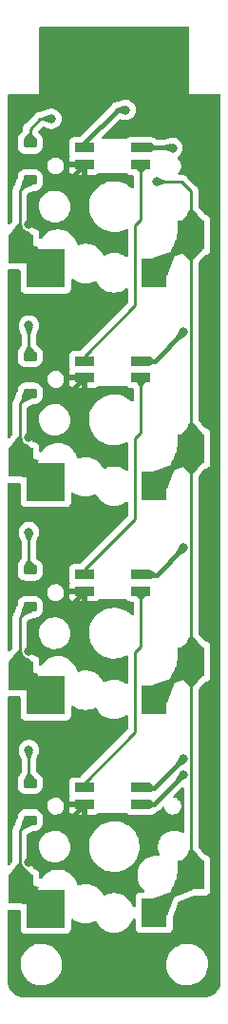
<source format=gbl>
G04 #@! TF.GenerationSoftware,KiCad,Pcbnew,7.0.8*
G04 #@! TF.CreationDate,2023-10-17T04:22:41-07:00*
G04 #@! TF.ProjectId,Seismos_4-Key,53656973-6d6f-4735-9f34-2d4b65792e6b,rev?*
G04 #@! TF.SameCoordinates,Original*
G04 #@! TF.FileFunction,Copper,L2,Bot*
G04 #@! TF.FilePolarity,Positive*
%FSLAX46Y46*%
G04 Gerber Fmt 4.6, Leading zero omitted, Abs format (unit mm)*
G04 Created by KiCad (PCBNEW 7.0.8) date 2023-10-17 04:22:41*
%MOMM*%
%LPD*%
G01*
G04 APERTURE LIST*
G04 Aperture macros list*
%AMRoundRect*
0 Rectangle with rounded corners*
0 $1 Rounding radius*
0 $2 $3 $4 $5 $6 $7 $8 $9 X,Y pos of 4 corners*
0 Add a 4 corners polygon primitive as box body*
4,1,4,$2,$3,$4,$5,$6,$7,$8,$9,$2,$3,0*
0 Add four circle primitives for the rounded corners*
1,1,$1+$1,$2,$3*
1,1,$1+$1,$4,$5*
1,1,$1+$1,$6,$7*
1,1,$1+$1,$8,$9*
0 Add four rect primitives between the rounded corners*
20,1,$1+$1,$2,$3,$4,$5,0*
20,1,$1+$1,$4,$5,$6,$7,0*
20,1,$1+$1,$6,$7,$8,$9,0*
20,1,$1+$1,$8,$9,$2,$3,0*%
G04 Aperture macros list end*
G04 #@! TA.AperFunction,SMDPad,CuDef*
%ADD10R,1.750000X0.812800*%
G04 #@! TD*
G04 #@! TA.AperFunction,SMDPad,CuDef*
%ADD11R,2.300000X2.600000*%
G04 #@! TD*
G04 #@! TA.AperFunction,SMDPad,CuDef*
%ADD12R,3.500000X3.500000*%
G04 #@! TD*
G04 #@! TA.AperFunction,SMDPad,CuDef*
%ADD13R,2.400000X2.600000*%
G04 #@! TD*
G04 #@! TA.AperFunction,SMDPad,CuDef*
%ADD14RoundRect,0.225000X-0.375000X0.225000X-0.375000X-0.225000X0.375000X-0.225000X0.375000X0.225000X0*%
G04 #@! TD*
G04 #@! TA.AperFunction,ViaPad*
%ADD15C,0.800000*%
G04 #@! TD*
G04 #@! TA.AperFunction,Conductor*
%ADD16C,0.254000*%
G04 #@! TD*
G04 #@! TA.AperFunction,Conductor*
%ADD17C,0.381000*%
G04 #@! TD*
G04 APERTURE END LIST*
D10*
X49378000Y-54754900D03*
D11*
X38660000Y-63800000D03*
X50560000Y-65900000D03*
D10*
X44348100Y-54754900D03*
X49378000Y-56253500D03*
X44348100Y-56253500D03*
D12*
X40910000Y-65515000D03*
D13*
X53860000Y-62540000D03*
D10*
X49378000Y-35754900D03*
D11*
X38660000Y-44800000D03*
X50560000Y-46900000D03*
D10*
X44348100Y-35754900D03*
X49378000Y-37253500D03*
X44348100Y-37253500D03*
D12*
X40910000Y-46515000D03*
D13*
X53860000Y-43540000D03*
D10*
X49378000Y-73754900D03*
D11*
X38660000Y-82800000D03*
X50560000Y-84900000D03*
D10*
X44348100Y-73754900D03*
X49378000Y-75253500D03*
X44348100Y-75253500D03*
D12*
X40910000Y-84515000D03*
D13*
X53860000Y-81540000D03*
D10*
X49378000Y-92754900D03*
D11*
X38660000Y-101800000D03*
X50560000Y-103900000D03*
D10*
X44348100Y-92754900D03*
X49378000Y-94253500D03*
X44348100Y-94253500D03*
D12*
X40910000Y-103515000D03*
D13*
X53860000Y-100540000D03*
D14*
X39500000Y-54350000D03*
X39500000Y-57650000D03*
X39500000Y-92350000D03*
X39500000Y-95650000D03*
X39500000Y-35350000D03*
X39500000Y-38650000D03*
X39500000Y-73350000D03*
X39500000Y-76650000D03*
D15*
X42575000Y-51600000D03*
X39400000Y-42600000D03*
X39400000Y-61600000D03*
X39400000Y-80600000D03*
X39400000Y-99400000D03*
X41400000Y-33200000D03*
X39400000Y-51600000D03*
X39400000Y-70000000D03*
X39400000Y-89400000D03*
X48000000Y-32400000D03*
X50800000Y-38800000D03*
X53160500Y-90200000D03*
X52200000Y-35800000D03*
X53160500Y-52200000D03*
X53160500Y-71400000D03*
X53160500Y-91600000D03*
D16*
X38600000Y-39550000D02*
X38600000Y-44205000D01*
X39500000Y-38650000D02*
X38600000Y-39550000D01*
X38600000Y-44205000D02*
X40910000Y-46515000D01*
X38600000Y-58550000D02*
X38600000Y-63205000D01*
X38600000Y-63205000D02*
X40910000Y-65515000D01*
X39500000Y-57650000D02*
X38600000Y-58550000D01*
X39500000Y-76650000D02*
X38600000Y-77550000D01*
X38600000Y-77550000D02*
X38600000Y-82205000D01*
X38600000Y-82205000D02*
X40910000Y-84515000D01*
X38600000Y-101205000D02*
X40910000Y-103515000D01*
X38600000Y-96550000D02*
X38600000Y-101205000D01*
X39500000Y-95650000D02*
X38600000Y-96550000D01*
X49378000Y-42172000D02*
X48877000Y-42673000D01*
X49378000Y-37253500D02*
X49378000Y-42172000D01*
X44348100Y-54348500D02*
X44348100Y-54754900D01*
X48877000Y-42673000D02*
X48877000Y-49819600D01*
X48877000Y-49819600D02*
X44348100Y-54348500D01*
D17*
X42576600Y-39025000D02*
X41050000Y-39025000D01*
X41050000Y-77025000D02*
X39400000Y-78675000D01*
X39400000Y-97675000D02*
X39400000Y-99400000D01*
X44348100Y-37253500D02*
X42576600Y-39025000D01*
X39400000Y-59675000D02*
X39400000Y-61400000D01*
X41050000Y-96025000D02*
X39400000Y-97675000D01*
X39400000Y-40675000D02*
X39400000Y-42400000D01*
X41050000Y-58025000D02*
X39400000Y-59675000D01*
X42576600Y-58025000D02*
X41050000Y-58025000D01*
X44348100Y-94253500D02*
X42576600Y-96025000D01*
X41050000Y-39025000D02*
X39400000Y-40675000D01*
X42576600Y-96025000D02*
X41050000Y-96025000D01*
X42576600Y-77025000D02*
X41050000Y-77025000D01*
X39400000Y-78675000D02*
X39400000Y-80400000D01*
X44348100Y-56253500D02*
X42576600Y-58025000D01*
X44348100Y-75253500D02*
X42576600Y-77025000D01*
D16*
X44348100Y-73348500D02*
X44348100Y-73754900D01*
X49378000Y-56253500D02*
X49378000Y-61172000D01*
X49378000Y-61172000D02*
X48877000Y-61673000D01*
X48877000Y-61673000D02*
X48877000Y-68819600D01*
X48877000Y-68819600D02*
X44348100Y-73348500D01*
X44348100Y-92348500D02*
X44348100Y-92754900D01*
X48877000Y-80673000D02*
X48877000Y-87819600D01*
X48877000Y-87819600D02*
X44348100Y-92348500D01*
X49378000Y-80172000D02*
X48877000Y-80673000D01*
X49378000Y-75253500D02*
X49378000Y-80172000D01*
X41400000Y-33200000D02*
X40400000Y-33200000D01*
X40400000Y-33200000D02*
X39500000Y-34100000D01*
X39500000Y-34100000D02*
X39500000Y-35350000D01*
X39400000Y-51600000D02*
X39400000Y-54250000D01*
X39400000Y-54250000D02*
X39500000Y-54350000D01*
X39400000Y-73250000D02*
X39500000Y-73350000D01*
X39400000Y-70000000D02*
X39400000Y-73250000D01*
X39400000Y-89400000D02*
X39400000Y-92250000D01*
X39400000Y-92250000D02*
X39500000Y-92350000D01*
D17*
X47296600Y-32400000D02*
X44348100Y-35348500D01*
X48000000Y-32400000D02*
X47703000Y-32400000D01*
X48000000Y-32400000D02*
X47296600Y-32400000D01*
X44348100Y-35348500D02*
X44348100Y-35754900D01*
D16*
X53860000Y-62540000D02*
X53860000Y-81540000D01*
X53860000Y-100600000D02*
X50560000Y-103900000D01*
X53860000Y-43540000D02*
X53860000Y-62540000D01*
X53860000Y-62600000D02*
X50560000Y-65900000D01*
X53860000Y-81600000D02*
X50560000Y-84900000D01*
X50800000Y-38800000D02*
X53000000Y-38800000D01*
X53860000Y-39660000D02*
X53860000Y-43540000D01*
X53860000Y-43600000D02*
X50560000Y-46900000D01*
X53000000Y-38800000D02*
X53860000Y-39660000D01*
X53860000Y-100540000D02*
X53860000Y-81540000D01*
X53860000Y-100540000D02*
X53860000Y-100600000D01*
X53860000Y-81540000D02*
X53860000Y-81600000D01*
D17*
X52154900Y-35754900D02*
X49378000Y-35754900D01*
X50760500Y-73800000D02*
X49400000Y-73800000D01*
X50605600Y-54754900D02*
X49378000Y-54754900D01*
X52200000Y-35800000D02*
X52154900Y-35754900D01*
X53160500Y-52200000D02*
X50605600Y-54754900D01*
X50560500Y-92800000D02*
X49400000Y-92800000D01*
X53160500Y-71400000D02*
X50760500Y-73800000D01*
X53160500Y-90200000D02*
X50560500Y-92800000D01*
X53160500Y-91600000D02*
X50507000Y-94253500D01*
X50507000Y-94253500D02*
X49378000Y-94253500D01*
G04 #@! TA.AperFunction,Conductor*
G36*
X53642539Y-25020185D02*
G01*
X53688294Y-25072989D01*
X53699500Y-25124500D01*
X53699500Y-30975467D01*
X53699416Y-30975889D01*
X53699459Y-31000001D01*
X53699500Y-31000099D01*
X53699616Y-31000382D01*
X53699618Y-31000384D01*
X53699808Y-31000462D01*
X53700000Y-31000541D01*
X53700002Y-31000539D01*
X53724616Y-31000524D01*
X53724616Y-31000528D01*
X53724760Y-31000500D01*
X56375500Y-31000500D01*
X56442539Y-31020185D01*
X56488294Y-31072989D01*
X56499500Y-31124500D01*
X56499500Y-109937121D01*
X56499342Y-109941547D01*
X56494397Y-110010658D01*
X56483002Y-110155690D01*
X56481774Y-110164023D01*
X56460700Y-110260899D01*
X56433250Y-110375226D01*
X56431051Y-110382426D01*
X56394610Y-110480124D01*
X56351227Y-110584852D01*
X56348361Y-110590842D01*
X56298058Y-110682963D01*
X56296505Y-110685646D01*
X56238774Y-110779849D01*
X56235543Y-110784611D01*
X56172178Y-110869254D01*
X56169689Y-110872365D01*
X56098352Y-110955888D01*
X56095046Y-110959464D01*
X56020139Y-111034368D01*
X56016563Y-111037674D01*
X55933016Y-111109028D01*
X55929905Y-111111517D01*
X55845299Y-111174851D01*
X55840536Y-111178083D01*
X55746279Y-111235843D01*
X55743596Y-111237397D01*
X55651513Y-111287676D01*
X55645522Y-111290541D01*
X55540768Y-111333932D01*
X55538583Y-111334748D01*
X55443100Y-111370359D01*
X55435902Y-111372556D01*
X55321544Y-111400012D01*
X55224667Y-111421086D01*
X55216344Y-111422313D01*
X55075209Y-111433421D01*
X55001648Y-111438682D01*
X54997224Y-111438840D01*
X39002214Y-111438840D01*
X38997792Y-111438682D01*
X38931965Y-111433974D01*
X38783087Y-111422231D01*
X38774774Y-111421004D01*
X38682069Y-111400838D01*
X38563469Y-111372365D01*
X38556269Y-111370167D01*
X38461307Y-111334748D01*
X38354577Y-111290541D01*
X38353804Y-111290221D01*
X38347817Y-111287356D01*
X38257765Y-111238184D01*
X38255084Y-111236632D01*
X38158762Y-111177608D01*
X38153999Y-111174376D01*
X38071048Y-111112281D01*
X38067952Y-111109805D01*
X37982688Y-111036984D01*
X37979123Y-111033689D01*
X37905639Y-110960205D01*
X37902333Y-110956629D01*
X37868050Y-110916490D01*
X37829525Y-110871384D01*
X37827039Y-110868277D01*
X37764945Y-110785331D01*
X37761719Y-110780577D01*
X37702662Y-110684210D01*
X37701143Y-110681586D01*
X37651958Y-110591513D01*
X37649093Y-110585524D01*
X37604569Y-110478041D01*
X37599725Y-110465054D01*
X37569131Y-110383036D01*
X37566952Y-110375897D01*
X37538465Y-110257251D01*
X37533193Y-110233020D01*
X37518302Y-110164575D01*
X37517078Y-110156269D01*
X37505041Y-110003380D01*
X37500658Y-109942119D01*
X37500500Y-109937694D01*
X37500500Y-108567763D01*
X38645787Y-108567763D01*
X38675413Y-108837013D01*
X38675415Y-108837024D01*
X38743926Y-109099082D01*
X38743928Y-109099088D01*
X38849870Y-109348390D01*
X38921998Y-109466575D01*
X38990979Y-109579605D01*
X38990986Y-109579615D01*
X39164253Y-109787819D01*
X39164259Y-109787824D01*
X39365998Y-109968582D01*
X39591910Y-110118044D01*
X39837176Y-110233020D01*
X39837183Y-110233022D01*
X39837185Y-110233023D01*
X40096557Y-110311057D01*
X40096564Y-110311058D01*
X40096569Y-110311060D01*
X40364561Y-110350500D01*
X40364566Y-110350500D01*
X40567636Y-110350500D01*
X40619133Y-110346730D01*
X40770156Y-110335677D01*
X40882758Y-110310593D01*
X41034546Y-110276782D01*
X41034548Y-110276781D01*
X41034553Y-110276780D01*
X41287558Y-110180014D01*
X41523777Y-110047441D01*
X41738177Y-109881888D01*
X41926186Y-109686881D01*
X42083799Y-109466579D01*
X42157787Y-109322669D01*
X42207649Y-109225690D01*
X42207651Y-109225684D01*
X42207656Y-109225675D01*
X42295118Y-108969305D01*
X42344319Y-108702933D01*
X42349259Y-108567763D01*
X51645787Y-108567763D01*
X51675413Y-108837013D01*
X51675415Y-108837024D01*
X51743926Y-109099082D01*
X51743928Y-109099088D01*
X51849870Y-109348390D01*
X51921998Y-109466575D01*
X51990979Y-109579605D01*
X51990986Y-109579615D01*
X52164253Y-109787819D01*
X52164259Y-109787824D01*
X52365998Y-109968582D01*
X52591910Y-110118044D01*
X52837176Y-110233020D01*
X52837183Y-110233022D01*
X52837185Y-110233023D01*
X53096557Y-110311057D01*
X53096564Y-110311058D01*
X53096569Y-110311060D01*
X53364561Y-110350500D01*
X53364566Y-110350500D01*
X53567636Y-110350500D01*
X53619133Y-110346730D01*
X53770156Y-110335677D01*
X53882758Y-110310593D01*
X54034546Y-110276782D01*
X54034548Y-110276781D01*
X54034553Y-110276780D01*
X54287558Y-110180014D01*
X54523777Y-110047441D01*
X54738177Y-109881888D01*
X54926186Y-109686881D01*
X55083799Y-109466579D01*
X55157787Y-109322669D01*
X55207649Y-109225690D01*
X55207651Y-109225684D01*
X55207656Y-109225675D01*
X55295118Y-108969305D01*
X55344319Y-108702933D01*
X55354212Y-108432235D01*
X55324586Y-108162982D01*
X55256072Y-107900912D01*
X55150130Y-107651610D01*
X55009018Y-107420390D01*
X54919747Y-107313119D01*
X54835746Y-107212180D01*
X54835740Y-107212175D01*
X54634002Y-107031418D01*
X54408092Y-106881957D01*
X54408090Y-106881956D01*
X54162824Y-106766980D01*
X54162819Y-106766978D01*
X54162814Y-106766976D01*
X53903442Y-106688942D01*
X53903428Y-106688939D01*
X53787791Y-106671921D01*
X53635439Y-106649500D01*
X53432369Y-106649500D01*
X53432364Y-106649500D01*
X53229844Y-106664323D01*
X53229831Y-106664325D01*
X52965453Y-106723217D01*
X52965446Y-106723220D01*
X52712439Y-106819987D01*
X52476226Y-106952557D01*
X52261822Y-107118112D01*
X52073822Y-107313109D01*
X52073816Y-107313116D01*
X51916202Y-107533419D01*
X51916199Y-107533424D01*
X51792350Y-107774309D01*
X51792343Y-107774327D01*
X51704884Y-108030685D01*
X51704881Y-108030699D01*
X51655681Y-108297068D01*
X51655680Y-108297075D01*
X51645787Y-108567763D01*
X42349259Y-108567763D01*
X42354212Y-108432235D01*
X42324586Y-108162982D01*
X42256072Y-107900912D01*
X42150130Y-107651610D01*
X42009018Y-107420390D01*
X41919747Y-107313119D01*
X41835746Y-107212180D01*
X41835740Y-107212175D01*
X41634002Y-107031418D01*
X41408092Y-106881957D01*
X41408090Y-106881956D01*
X41162824Y-106766980D01*
X41162819Y-106766978D01*
X41162814Y-106766976D01*
X40903442Y-106688942D01*
X40903428Y-106688939D01*
X40787791Y-106671921D01*
X40635439Y-106649500D01*
X40432369Y-106649500D01*
X40432364Y-106649500D01*
X40229844Y-106664323D01*
X40229831Y-106664325D01*
X39965453Y-106723217D01*
X39965446Y-106723220D01*
X39712439Y-106819987D01*
X39476226Y-106952557D01*
X39261822Y-107118112D01*
X39073822Y-107313109D01*
X39073816Y-107313116D01*
X38916202Y-107533419D01*
X38916199Y-107533424D01*
X38792350Y-107774309D01*
X38792343Y-107774327D01*
X38704884Y-108030685D01*
X38704881Y-108030699D01*
X38655681Y-108297068D01*
X38655680Y-108297075D01*
X38645787Y-108567763D01*
X37500500Y-108567763D01*
X37500500Y-103732500D01*
X37520185Y-103665461D01*
X37572989Y-103619706D01*
X37624500Y-103608500D01*
X38527500Y-103608500D01*
X38594539Y-103628185D01*
X38640294Y-103680989D01*
X38651500Y-103732500D01*
X38651500Y-105313654D01*
X38658011Y-105374202D01*
X38658011Y-105374204D01*
X38698057Y-105481567D01*
X38709111Y-105511204D01*
X38796739Y-105628261D01*
X38913796Y-105715889D01*
X39050799Y-105766989D01*
X39078050Y-105769918D01*
X39111345Y-105773499D01*
X39111362Y-105773500D01*
X42708638Y-105773500D01*
X42708654Y-105773499D01*
X42735692Y-105770591D01*
X42769201Y-105766989D01*
X42906204Y-105715889D01*
X43023261Y-105628261D01*
X43110889Y-105511204D01*
X43161989Y-105374201D01*
X43165591Y-105340692D01*
X43168499Y-105313654D01*
X43168500Y-105313637D01*
X43168500Y-104546524D01*
X43188185Y-104479485D01*
X43240989Y-104433730D01*
X43310147Y-104423786D01*
X43369810Y-104449575D01*
X43471143Y-104530386D01*
X43698357Y-104661568D01*
X43942584Y-104757420D01*
X44198370Y-104815802D01*
X44198376Y-104815802D01*
X44198379Y-104815803D01*
X44394500Y-104830500D01*
X44394506Y-104830500D01*
X44525500Y-104830500D01*
X44721620Y-104815803D01*
X44721622Y-104815802D01*
X44721630Y-104815802D01*
X44977416Y-104757420D01*
X45221643Y-104661568D01*
X45221646Y-104661566D01*
X45221647Y-104661566D01*
X45264118Y-104637045D01*
X45332018Y-104620571D01*
X45398045Y-104643423D01*
X45437839Y-104690630D01*
X45479767Y-104777695D01*
X45479768Y-104777697D01*
X45479770Y-104777700D01*
X45479772Y-104777704D01*
X45505747Y-104815802D01*
X45627567Y-104994479D01*
X45806014Y-105186801D01*
X45806018Y-105186804D01*
X45806019Y-105186805D01*
X46011143Y-105350386D01*
X46238357Y-105481568D01*
X46482584Y-105577420D01*
X46738370Y-105635802D01*
X46738376Y-105635802D01*
X46738379Y-105635803D01*
X46934500Y-105650500D01*
X46934506Y-105650500D01*
X47065500Y-105650500D01*
X47261620Y-105635803D01*
X47261622Y-105635802D01*
X47261630Y-105635802D01*
X47517416Y-105577420D01*
X47761643Y-105481568D01*
X47988857Y-105350386D01*
X48193981Y-105186805D01*
X48372433Y-104994479D01*
X48520228Y-104777704D01*
X48634063Y-104541323D01*
X48659010Y-104460446D01*
X48697579Y-104402189D01*
X48761524Y-104374032D01*
X48830541Y-104384915D01*
X48882717Y-104431383D01*
X48901500Y-104496998D01*
X48901500Y-105248654D01*
X48908011Y-105309202D01*
X48908011Y-105309204D01*
X48932255Y-105374202D01*
X48959111Y-105446204D01*
X49046739Y-105563261D01*
X49163796Y-105650889D01*
X49300799Y-105701989D01*
X49328050Y-105704918D01*
X49361345Y-105708499D01*
X49361362Y-105708500D01*
X51758638Y-105708500D01*
X51758654Y-105708499D01*
X51785692Y-105705591D01*
X51819201Y-105701989D01*
X51956204Y-105650889D01*
X52073261Y-105563261D01*
X52160889Y-105446204D01*
X52210334Y-105313638D01*
X52211988Y-105309204D01*
X52211988Y-105309203D01*
X52211989Y-105309201D01*
X52215591Y-105275692D01*
X52218499Y-105248654D01*
X52218500Y-105248637D01*
X52218500Y-104297522D01*
X52227064Y-104252240D01*
X52416697Y-103768818D01*
X52751417Y-102915532D01*
X52794221Y-102860315D01*
X52821969Y-102845227D01*
X54079881Y-102356905D01*
X54124755Y-102348500D01*
X55108638Y-102348500D01*
X55108654Y-102348499D01*
X55135692Y-102345591D01*
X55169201Y-102341989D01*
X55306204Y-102290889D01*
X55423261Y-102203261D01*
X55510889Y-102086204D01*
X55561989Y-101949201D01*
X55565591Y-101915692D01*
X55568499Y-101888654D01*
X55568500Y-101888637D01*
X55568500Y-99191362D01*
X55568499Y-99191345D01*
X55565157Y-99160270D01*
X55561989Y-99130799D01*
X55510889Y-98993796D01*
X55423261Y-98876739D01*
X55306204Y-98789111D01*
X55169203Y-98738011D01*
X55144838Y-98735391D01*
X55080287Y-98708651D01*
X55064684Y-98693651D01*
X54526088Y-98076702D01*
X54496828Y-98013254D01*
X54495500Y-97995153D01*
X54495500Y-84084845D01*
X54515185Y-84017806D01*
X54526088Y-84003296D01*
X54602701Y-83915538D01*
X55064684Y-83386346D01*
X55123600Y-83348792D01*
X55144831Y-83344608D01*
X55169201Y-83341989D01*
X55306204Y-83290889D01*
X55423261Y-83203261D01*
X55510889Y-83086204D01*
X55561989Y-82949201D01*
X55565591Y-82915692D01*
X55568499Y-82888654D01*
X55568500Y-82888637D01*
X55568500Y-80191362D01*
X55568499Y-80191345D01*
X55565157Y-80160270D01*
X55561989Y-80130799D01*
X55510889Y-79993796D01*
X55423261Y-79876739D01*
X55306204Y-79789111D01*
X55169203Y-79738011D01*
X55144838Y-79735391D01*
X55080287Y-79708651D01*
X55064684Y-79693651D01*
X54526088Y-79076702D01*
X54496828Y-79013254D01*
X54495500Y-78995153D01*
X54495500Y-65084845D01*
X54515185Y-65017806D01*
X54526088Y-65003296D01*
X54602701Y-64915538D01*
X55064684Y-64386346D01*
X55123600Y-64348792D01*
X55144831Y-64344608D01*
X55169201Y-64341989D01*
X55306204Y-64290889D01*
X55423261Y-64203261D01*
X55510889Y-64086204D01*
X55561989Y-63949201D01*
X55565591Y-63915692D01*
X55568499Y-63888654D01*
X55568500Y-63888637D01*
X55568500Y-61191362D01*
X55568499Y-61191345D01*
X55565157Y-61160270D01*
X55561989Y-61130799D01*
X55510889Y-60993796D01*
X55423261Y-60876739D01*
X55306204Y-60789111D01*
X55169203Y-60738011D01*
X55144838Y-60735391D01*
X55080287Y-60708651D01*
X55064684Y-60693651D01*
X54526088Y-60076702D01*
X54496828Y-60013254D01*
X54495500Y-59995153D01*
X54495500Y-46084845D01*
X54515185Y-46017806D01*
X54526088Y-46003296D01*
X54602701Y-45915538D01*
X55064684Y-45386346D01*
X55123600Y-45348792D01*
X55144831Y-45344608D01*
X55169201Y-45341989D01*
X55306204Y-45290889D01*
X55423261Y-45203261D01*
X55510889Y-45086204D01*
X55561989Y-44949201D01*
X55565591Y-44915692D01*
X55568499Y-44888654D01*
X55568500Y-44888637D01*
X55568500Y-42191362D01*
X55568499Y-42191345D01*
X55565157Y-42160270D01*
X55561989Y-42130799D01*
X55510889Y-41993796D01*
X55423261Y-41876739D01*
X55306204Y-41789111D01*
X55169203Y-41738011D01*
X55144838Y-41735391D01*
X55080287Y-41708651D01*
X55064684Y-41693651D01*
X54526088Y-41076702D01*
X54496828Y-41013254D01*
X54495500Y-40995153D01*
X54495500Y-39743851D01*
X54497242Y-39728069D01*
X54496975Y-39728044D01*
X54497707Y-39720288D01*
X54497709Y-39720281D01*
X54495500Y-39649996D01*
X54495500Y-39620017D01*
X54494610Y-39612982D01*
X54494153Y-39607164D01*
X54492665Y-39559795D01*
X54486941Y-39540093D01*
X54482997Y-39521049D01*
X54480427Y-39500701D01*
X54462973Y-39456618D01*
X54461098Y-39451142D01*
X54447869Y-39405607D01*
X54447868Y-39405606D01*
X54447868Y-39405604D01*
X54437428Y-39387952D01*
X54428869Y-39370482D01*
X54421319Y-39351412D01*
X54393468Y-39313080D01*
X54390261Y-39308197D01*
X54380526Y-39291736D01*
X54366135Y-39267402D01*
X54366133Y-39267400D01*
X54366128Y-39267394D01*
X54351633Y-39252899D01*
X54338995Y-39238103D01*
X54333006Y-39229860D01*
X54326942Y-39221513D01*
X54290422Y-39191301D01*
X54286100Y-39187367D01*
X53508658Y-38409925D01*
X53498732Y-38397535D01*
X53498525Y-38397707D01*
X53493552Y-38391696D01*
X53442306Y-38343573D01*
X53421097Y-38322363D01*
X53415492Y-38318015D01*
X53411046Y-38314218D01*
X53376509Y-38281785D01*
X53376501Y-38281780D01*
X53358540Y-38271906D01*
X53342274Y-38261222D01*
X53326064Y-38248648D01*
X53282571Y-38229827D01*
X53277323Y-38227256D01*
X53235805Y-38204432D01*
X53235804Y-38204431D01*
X53235803Y-38204431D01*
X53215937Y-38199330D01*
X53197538Y-38193030D01*
X53178709Y-38184883D01*
X53178708Y-38184882D01*
X53131902Y-38177469D01*
X53126181Y-38176284D01*
X53080283Y-38164500D01*
X53080282Y-38164500D01*
X53059774Y-38164500D01*
X53040376Y-38162973D01*
X53029769Y-38161293D01*
X53020122Y-38159765D01*
X53020121Y-38159764D01*
X52972939Y-38164225D01*
X52967101Y-38164500D01*
X52803083Y-38164500D01*
X52736044Y-38144815D01*
X52690289Y-38092011D01*
X52680345Y-38022853D01*
X52709370Y-37959297D01*
X52712889Y-37955406D01*
X52826089Y-37835421D01*
X52826088Y-37835421D01*
X52826092Y-37835418D01*
X52913812Y-37683481D01*
X52964130Y-37515410D01*
X52974331Y-37340265D01*
X52943865Y-37167489D01*
X52874377Y-37006396D01*
X52769610Y-36865670D01*
X52769609Y-36865669D01*
X52663458Y-36776597D01*
X52624756Y-36718426D01*
X52623648Y-36648565D01*
X52660485Y-36589195D01*
X52670279Y-36581290D01*
X52748359Y-36524561D01*
X52811253Y-36478866D01*
X52939040Y-36336944D01*
X53034527Y-36171556D01*
X53093542Y-35989928D01*
X53113504Y-35800000D01*
X53093542Y-35610072D01*
X53034527Y-35428444D01*
X52939040Y-35263056D01*
X52811253Y-35121134D01*
X52656752Y-35008882D01*
X52482288Y-34931206D01*
X52482286Y-34931205D01*
X52295487Y-34891500D01*
X52104513Y-34891500D01*
X51917713Y-34931205D01*
X51911533Y-34933213D01*
X51911356Y-34932668D01*
X51897692Y-34937083D01*
X51344428Y-35053254D01*
X51318947Y-35055900D01*
X50827637Y-35055900D01*
X50769462Y-35041406D01*
X50508669Y-34902859D01*
X50507009Y-34901806D01*
X50506982Y-34901857D01*
X50497251Y-34896545D01*
X50494215Y-34895180D01*
X50491308Y-34893636D01*
X50475526Y-34885931D01*
X50466065Y-34881705D01*
X50380685Y-34852273D01*
X50377537Y-34851580D01*
X50369196Y-34849119D01*
X50362202Y-34846511D01*
X50301638Y-34840000D01*
X50262861Y-34840000D01*
X50256607Y-34839683D01*
X50246645Y-34838672D01*
X50235273Y-34837518D01*
X50226330Y-34837892D01*
X50226329Y-34837892D01*
X50217430Y-34838742D01*
X50207202Y-34839719D01*
X50201308Y-34840000D01*
X48454345Y-34840000D01*
X48393797Y-34846511D01*
X48393795Y-34846511D01*
X48256795Y-34897611D01*
X48211920Y-34931205D01*
X48142238Y-34983367D01*
X48076777Y-35007784D01*
X48067930Y-35008100D01*
X45976398Y-35008100D01*
X45909359Y-34988415D01*
X45863604Y-34935611D01*
X45853660Y-34866453D01*
X45882685Y-34802897D01*
X45888717Y-34796419D01*
X46270102Y-34415034D01*
X47439210Y-33245924D01*
X47500531Y-33212441D01*
X47567238Y-33216355D01*
X47619632Y-33234386D01*
X47669429Y-33251525D01*
X47681743Y-33255245D01*
X47695258Y-33259329D01*
X47702528Y-33262033D01*
X47717712Y-33268794D01*
X47904513Y-33308500D01*
X48095487Y-33308500D01*
X48282288Y-33268794D01*
X48456752Y-33191118D01*
X48611253Y-33078866D01*
X48739040Y-32936944D01*
X48834527Y-32771556D01*
X48893542Y-32589928D01*
X48913504Y-32400000D01*
X48893542Y-32210072D01*
X48834527Y-32028444D01*
X48739040Y-31863056D01*
X48611253Y-31721134D01*
X48456752Y-31608882D01*
X48282288Y-31531206D01*
X48282286Y-31531205D01*
X48095487Y-31491500D01*
X47904513Y-31491500D01*
X47717711Y-31531206D01*
X47717706Y-31531207D01*
X47681634Y-31547267D01*
X47660659Y-31554436D01*
X47644514Y-31558384D01*
X47644504Y-31558387D01*
X47319627Y-31689122D01*
X47265851Y-31697861D01*
X47254090Y-31697149D01*
X47254080Y-31697150D01*
X47193214Y-31708304D01*
X47189514Y-31708867D01*
X47128089Y-31716327D01*
X47128086Y-31716327D01*
X47118652Y-31719905D01*
X47097052Y-31725926D01*
X47087124Y-31727745D01*
X47087117Y-31727748D01*
X47030680Y-31753147D01*
X47027222Y-31754579D01*
X46969382Y-31776516D01*
X46969367Y-31776523D01*
X46961069Y-31782251D01*
X46941533Y-31793270D01*
X46932327Y-31797413D01*
X46932321Y-31797417D01*
X46883601Y-31835585D01*
X46880586Y-31837804D01*
X46829675Y-31872945D01*
X46829674Y-31872945D01*
X46788644Y-31919258D01*
X46786077Y-31921985D01*
X43904382Y-34803681D01*
X43843059Y-34837166D01*
X43816701Y-34840000D01*
X43424445Y-34840000D01*
X43363897Y-34846511D01*
X43363895Y-34846511D01*
X43226895Y-34897611D01*
X43109839Y-34985239D01*
X43022211Y-35102295D01*
X42971111Y-35239295D01*
X42971111Y-35239297D01*
X42964600Y-35299845D01*
X42964600Y-36209954D01*
X42971111Y-36270502D01*
X42971111Y-36270504D01*
X43022211Y-36407504D01*
X43044276Y-36436979D01*
X43068693Y-36502443D01*
X43053842Y-36570716D01*
X43044278Y-36585598D01*
X43029748Y-36605008D01*
X43029745Y-36605013D01*
X42979503Y-36739720D01*
X42979501Y-36739727D01*
X42973100Y-36799255D01*
X42973100Y-37003500D01*
X44474100Y-37003500D01*
X44541139Y-37023185D01*
X44586894Y-37075989D01*
X44598100Y-37127500D01*
X44598100Y-38159900D01*
X45270928Y-38159900D01*
X45270944Y-38159899D01*
X45330472Y-38153498D01*
X45330479Y-38153496D01*
X45465186Y-38103254D01*
X45465188Y-38103252D01*
X45575555Y-38020633D01*
X45641019Y-37996216D01*
X45649866Y-37995900D01*
X48062052Y-37995900D01*
X48129091Y-38015585D01*
X48136363Y-38020633D01*
X48139737Y-38023159D01*
X48139739Y-38023161D01*
X48256796Y-38110789D01*
X48371297Y-38153496D01*
X48388463Y-38159899D01*
X48393799Y-38161889D01*
X48418086Y-38164500D01*
X48454345Y-38168399D01*
X48454362Y-38168400D01*
X48618500Y-38168400D01*
X48685539Y-38188085D01*
X48731294Y-38240889D01*
X48742500Y-38292400D01*
X48742500Y-39257914D01*
X48722815Y-39324953D01*
X48670011Y-39370708D01*
X48600853Y-39380652D01*
X48537297Y-39351627D01*
X48529368Y-39344120D01*
X48512981Y-39327177D01*
X48492127Y-39310709D01*
X48437287Y-39267402D01*
X48276521Y-39140446D01*
X48276517Y-39140443D01*
X48276515Y-39140442D01*
X48017270Y-38986891D01*
X47739872Y-38869264D01*
X47739863Y-38869261D01*
X47449272Y-38789660D01*
X47374616Y-38779620D01*
X47150653Y-38749500D01*
X46924756Y-38749500D01*
X46924748Y-38749500D01*
X46699368Y-38764587D01*
X46699359Y-38764589D01*
X46404094Y-38824604D01*
X46119464Y-38923439D01*
X46119459Y-38923441D01*
X45850546Y-39059328D01*
X45602125Y-39229860D01*
X45378665Y-39431969D01*
X45184132Y-39662064D01*
X45022006Y-39916030D01*
X45022005Y-39916032D01*
X44906842Y-40164205D01*
X44895177Y-40189342D01*
X44895176Y-40189346D01*
X44805907Y-40477118D01*
X44787133Y-40588419D01*
X44755791Y-40774230D01*
X44746249Y-41059654D01*
X44745723Y-41075373D01*
X44775881Y-41375160D01*
X44775882Y-41375162D01*
X44845728Y-41668252D01*
X44845733Y-41668266D01*
X44954020Y-41949427D01*
X44954024Y-41949436D01*
X45098825Y-42213665D01*
X45098829Y-42213671D01*
X45200593Y-42351786D01*
X45277554Y-42456238D01*
X45487020Y-42672824D01*
X45509139Y-42690291D01*
X45723478Y-42859553D01*
X45723480Y-42859554D01*
X45723485Y-42859558D01*
X45982730Y-43013109D01*
X46260128Y-43130736D01*
X46550729Y-43210340D01*
X46849347Y-43250500D01*
X46849351Y-43250500D01*
X47075252Y-43250500D01*
X47239164Y-43239526D01*
X47300634Y-43235412D01*
X47595903Y-43175396D01*
X47880537Y-43076560D01*
X48011404Y-43010430D01*
X48061575Y-42985078D01*
X48130287Y-42972411D01*
X48194939Y-42998904D01*
X48235005Y-43056144D01*
X48241500Y-43095750D01*
X48241500Y-45393601D01*
X48221815Y-45460640D01*
X48169011Y-45506395D01*
X48099853Y-45516339D01*
X48040188Y-45490549D01*
X47988856Y-45449613D01*
X47761643Y-45318432D01*
X47517421Y-45222582D01*
X47517416Y-45222580D01*
X47517411Y-45222578D01*
X47517402Y-45222576D01*
X47299818Y-45172914D01*
X47261630Y-45164198D01*
X47261629Y-45164197D01*
X47261625Y-45164197D01*
X47261620Y-45164196D01*
X47065500Y-45149500D01*
X47065494Y-45149500D01*
X46934506Y-45149500D01*
X46934500Y-45149500D01*
X46738379Y-45164196D01*
X46738374Y-45164197D01*
X46482597Y-45222576D01*
X46482578Y-45222582D01*
X46238363Y-45318429D01*
X46238357Y-45318432D01*
X46195877Y-45342957D01*
X46127977Y-45359427D01*
X46061951Y-45336574D01*
X46022160Y-45289369D01*
X45980232Y-45202303D01*
X45980231Y-45202302D01*
X45980230Y-45202301D01*
X45980228Y-45202296D01*
X45832433Y-44985521D01*
X45742554Y-44888654D01*
X45653985Y-44793198D01*
X45614533Y-44761736D01*
X45448857Y-44629614D01*
X45221643Y-44498432D01*
X44977416Y-44402580D01*
X44977411Y-44402578D01*
X44977402Y-44402576D01*
X44759818Y-44352914D01*
X44721630Y-44344198D01*
X44721629Y-44344197D01*
X44721625Y-44344197D01*
X44721620Y-44344196D01*
X44525500Y-44329500D01*
X44525494Y-44329500D01*
X44394506Y-44329500D01*
X44394500Y-44329500D01*
X44198379Y-44344196D01*
X44198374Y-44344197D01*
X43942585Y-44402579D01*
X43858890Y-44435426D01*
X43789293Y-44441593D01*
X43727410Y-44409155D01*
X43695098Y-44356547D01*
X43676826Y-44297311D01*
X43634063Y-44158677D01*
X43594461Y-44076442D01*
X43520232Y-43922303D01*
X43520231Y-43922302D01*
X43520230Y-43922301D01*
X43520228Y-43922296D01*
X43372433Y-43705521D01*
X43362441Y-43694753D01*
X43193985Y-43513198D01*
X43116445Y-43451362D01*
X42988857Y-43349614D01*
X42761643Y-43218432D01*
X42517416Y-43122580D01*
X42517411Y-43122578D01*
X42517402Y-43122576D01*
X42299818Y-43072914D01*
X42261630Y-43064198D01*
X42261629Y-43064197D01*
X42261625Y-43064197D01*
X42261620Y-43064196D01*
X42065500Y-43049500D01*
X42065494Y-43049500D01*
X41934506Y-43049500D01*
X41934500Y-43049500D01*
X41738379Y-43064196D01*
X41738374Y-43064197D01*
X41482597Y-43122576D01*
X41482578Y-43122582D01*
X41238356Y-43218432D01*
X41011143Y-43349614D01*
X40806014Y-43513198D01*
X40627567Y-43705520D01*
X40592578Y-43756841D01*
X40544952Y-43826694D01*
X40490925Y-43870995D01*
X40421521Y-43879054D01*
X40358779Y-43848311D01*
X40322617Y-43788527D01*
X40318500Y-43756841D01*
X40318500Y-43451362D01*
X40318499Y-43451345D01*
X40315157Y-43420270D01*
X40311989Y-43390799D01*
X40260889Y-43253796D01*
X40173261Y-43136739D01*
X40102921Y-43084083D01*
X40056206Y-43049112D01*
X40056204Y-43049111D01*
X39919201Y-42998011D01*
X39919196Y-42998010D01*
X39919194Y-42998010D01*
X39907012Y-42996700D01*
X39842461Y-42969961D01*
X39828075Y-42956333D01*
X39741237Y-42859784D01*
X39717011Y-42834624D01*
X39598704Y-42748821D01*
X39598699Y-42748818D01*
X39598695Y-42748815D01*
X39597377Y-42748121D01*
X39591523Y-42745038D01*
X39560017Y-42729796D01*
X39560013Y-42729795D01*
X39419296Y-42690291D01*
X39416919Y-42689978D01*
X39416184Y-42689652D01*
X39414961Y-42689402D01*
X39415015Y-42689135D01*
X39353026Y-42661705D01*
X39314560Y-42603376D01*
X39309140Y-42564675D01*
X39309331Y-42554660D01*
X39305265Y-42534289D01*
X39280719Y-42411329D01*
X39277734Y-42402886D01*
X39277729Y-42402873D01*
X39277729Y-42402872D01*
X39256673Y-42352136D01*
X39256671Y-42352132D01*
X39256440Y-42351786D01*
X39256374Y-42351576D01*
X39253796Y-42346760D01*
X39254709Y-42346271D01*
X39235521Y-42285122D01*
X39235500Y-42282832D01*
X39235500Y-40940346D01*
X40295702Y-40940346D01*
X40305819Y-41178528D01*
X40305819Y-41178532D01*
X40356045Y-41411580D01*
X40440877Y-41622689D01*
X40444936Y-41632790D01*
X40569931Y-41835795D01*
X40727436Y-42014755D01*
X40912920Y-42164523D01*
X41121046Y-42280790D01*
X41306375Y-42346271D01*
X41345829Y-42360211D01*
X41580790Y-42400499D01*
X41580798Y-42400499D01*
X41580800Y-42400500D01*
X41580801Y-42400500D01*
X41759502Y-42400500D01*
X41937536Y-42385347D01*
X41937539Y-42385346D01*
X41937541Y-42385346D01*
X42168249Y-42325275D01*
X42311894Y-42260343D01*
X42385480Y-42227080D01*
X42385481Y-42227078D01*
X42385486Y-42227077D01*
X42583003Y-42093579D01*
X42755118Y-41928621D01*
X42896879Y-41736947D01*
X43004207Y-41524074D01*
X43074016Y-41296123D01*
X43104298Y-41059654D01*
X43094180Y-40821468D01*
X43083999Y-40774230D01*
X43043954Y-40588419D01*
X42955064Y-40367211D01*
X42955064Y-40367210D01*
X42830069Y-40164205D01*
X42672564Y-39985245D01*
X42487080Y-39835477D01*
X42373130Y-39771820D01*
X42278955Y-39719210D01*
X42054170Y-39639788D01*
X41819209Y-39599500D01*
X41819200Y-39599500D01*
X41640503Y-39599500D01*
X41640498Y-39599500D01*
X41462463Y-39614652D01*
X41231751Y-39674724D01*
X41014519Y-39772919D01*
X41014511Y-39772924D01*
X40817006Y-39906413D01*
X40816997Y-39906421D01*
X40644881Y-40071379D01*
X40503123Y-40263050D01*
X40503120Y-40263054D01*
X40395796Y-40475920D01*
X40395793Y-40475926D01*
X40325983Y-40703878D01*
X40295702Y-40940346D01*
X39235500Y-40940346D01*
X39235500Y-39954509D01*
X39255185Y-39887470D01*
X39307299Y-39842032D01*
X39785688Y-39620021D01*
X39837887Y-39608500D01*
X39923867Y-39608500D01*
X39923872Y-39608500D01*
X40024336Y-39598236D01*
X40187101Y-39544302D01*
X40333040Y-39454285D01*
X40454285Y-39333040D01*
X40544302Y-39187101D01*
X40598236Y-39024336D01*
X40608500Y-38923872D01*
X40608500Y-38376128D01*
X40598236Y-38275664D01*
X40544302Y-38112899D01*
X40544298Y-38112893D01*
X40544297Y-38112890D01*
X40454287Y-37966963D01*
X40454284Y-37966959D01*
X40333040Y-37845715D01*
X40333036Y-37845712D01*
X40187109Y-37755702D01*
X40187103Y-37755699D01*
X40187101Y-37755698D01*
X40024336Y-37701764D01*
X39923879Y-37691500D01*
X39923872Y-37691500D01*
X39076128Y-37691500D01*
X39076120Y-37691500D01*
X38975663Y-37701764D01*
X38812901Y-37755697D01*
X38812890Y-37755702D01*
X38666963Y-37845712D01*
X38666959Y-37845715D01*
X38545715Y-37966959D01*
X38545712Y-37966963D01*
X38455702Y-38112890D01*
X38455697Y-38112901D01*
X38401764Y-38275663D01*
X38391500Y-38376120D01*
X38391500Y-38491071D01*
X38384552Y-38531995D01*
X38215495Y-39015533D01*
X38188836Y-39059492D01*
X38143573Y-39107693D01*
X38122366Y-39128900D01*
X38122363Y-39128902D01*
X38118008Y-39134516D01*
X38114218Y-39138953D01*
X38081782Y-39173494D01*
X38081781Y-39173496D01*
X38071900Y-39191468D01*
X38061225Y-39207719D01*
X38048652Y-39223929D01*
X38048649Y-39223933D01*
X38029827Y-39267428D01*
X38027257Y-39272674D01*
X38004430Y-39314197D01*
X37999329Y-39334064D01*
X37993030Y-39352462D01*
X37984884Y-39371287D01*
X37984881Y-39371296D01*
X37977469Y-39418098D01*
X37976284Y-39423820D01*
X37964500Y-39469711D01*
X37964500Y-39490225D01*
X37962972Y-39509624D01*
X37959765Y-39529879D01*
X37962593Y-39559795D01*
X37964225Y-39577059D01*
X37964500Y-39582897D01*
X37964500Y-42260343D01*
X37944815Y-42327382D01*
X37935108Y-42340501D01*
X37719108Y-42595439D01*
X37660753Y-42633863D01*
X37590887Y-42634638D01*
X37531694Y-42597518D01*
X37501965Y-42534289D01*
X37500500Y-42515281D01*
X37500500Y-37428133D01*
X41025668Y-37428133D01*
X41041058Y-37515410D01*
X41056135Y-37600911D01*
X41125623Y-37762004D01*
X41125624Y-37762006D01*
X41125626Y-37762009D01*
X41229836Y-37901986D01*
X41230390Y-37902730D01*
X41364786Y-38015502D01*
X41442488Y-38054525D01*
X41521562Y-38094238D01*
X41521563Y-38094238D01*
X41521567Y-38094240D01*
X41692279Y-38134700D01*
X41692282Y-38134700D01*
X41823701Y-38134700D01*
X41823709Y-38134700D01*
X41954255Y-38119441D01*
X42119117Y-38059437D01*
X42265696Y-37963030D01*
X42386092Y-37835418D01*
X42473812Y-37683481D01*
X42524130Y-37515410D01*
X42524824Y-37503500D01*
X42973100Y-37503500D01*
X42973100Y-37707744D01*
X42979501Y-37767272D01*
X42979503Y-37767279D01*
X43029745Y-37901986D01*
X43029749Y-37901993D01*
X43115909Y-38017087D01*
X43115912Y-38017090D01*
X43231006Y-38103250D01*
X43231013Y-38103254D01*
X43365720Y-38153496D01*
X43365727Y-38153498D01*
X43425255Y-38159899D01*
X43425272Y-38159900D01*
X44098100Y-38159900D01*
X44098100Y-37503500D01*
X42973100Y-37503500D01*
X42524824Y-37503500D01*
X42534331Y-37340265D01*
X42503865Y-37167489D01*
X42434377Y-37006396D01*
X42329610Y-36865670D01*
X42257747Y-36805370D01*
X42195214Y-36752898D01*
X42195212Y-36752897D01*
X42038437Y-36674161D01*
X42028319Y-36671763D01*
X41867721Y-36633700D01*
X41736291Y-36633700D01*
X41631854Y-36645907D01*
X41605743Y-36648959D01*
X41605740Y-36648960D01*
X41440884Y-36708962D01*
X41440880Y-36708964D01*
X41294306Y-36805367D01*
X41294305Y-36805368D01*
X41173910Y-36932978D01*
X41086188Y-37084918D01*
X41035870Y-37252989D01*
X41035869Y-37252994D01*
X41025668Y-37428133D01*
X37500500Y-37428133D01*
X37500500Y-35623879D01*
X38391500Y-35623879D01*
X38401764Y-35724336D01*
X38455697Y-35887098D01*
X38455702Y-35887109D01*
X38545712Y-36033036D01*
X38545715Y-36033040D01*
X38666959Y-36154284D01*
X38666963Y-36154287D01*
X38812890Y-36244297D01*
X38812893Y-36244298D01*
X38812899Y-36244302D01*
X38975664Y-36298236D01*
X39076128Y-36308500D01*
X39076133Y-36308500D01*
X39923867Y-36308500D01*
X39923872Y-36308500D01*
X40024336Y-36298236D01*
X40187101Y-36244302D01*
X40333040Y-36154285D01*
X40454285Y-36033040D01*
X40544302Y-35887101D01*
X40598236Y-35724336D01*
X40608500Y-35623872D01*
X40608500Y-35076128D01*
X40598236Y-34975664D01*
X40544302Y-34812899D01*
X40544298Y-34812893D01*
X40544297Y-34812890D01*
X40454287Y-34666963D01*
X40454286Y-34666962D01*
X40454285Y-34666960D01*
X40333040Y-34545715D01*
X40333039Y-34545714D01*
X40333038Y-34545713D01*
X40330042Y-34543865D01*
X40293308Y-34509079D01*
X40227971Y-34415034D01*
X40205887Y-34348746D01*
X40223147Y-34281042D01*
X40242122Y-34256608D01*
X40560511Y-33938219D01*
X40621832Y-33904736D01*
X40691522Y-33909719D01*
X40691639Y-33909763D01*
X40691722Y-33909795D01*
X41056089Y-34046407D01*
X41095013Y-34059058D01*
X41101069Y-34061383D01*
X41117712Y-34068794D01*
X41117713Y-34068794D01*
X41117715Y-34068795D01*
X41304513Y-34108500D01*
X41495487Y-34108500D01*
X41682288Y-34068794D01*
X41856752Y-33991118D01*
X42011253Y-33878866D01*
X42139040Y-33736944D01*
X42234527Y-33571556D01*
X42293542Y-33389928D01*
X42313504Y-33200000D01*
X42293542Y-33010072D01*
X42234527Y-32828444D01*
X42139040Y-32663056D01*
X42011253Y-32521134D01*
X41856752Y-32408882D01*
X41682288Y-32331206D01*
X41682286Y-32331205D01*
X41495487Y-32291500D01*
X41304513Y-32291500D01*
X41117713Y-32331205D01*
X41117710Y-32331206D01*
X41089973Y-32343555D01*
X41066113Y-32351393D01*
X41056106Y-32353588D01*
X41056094Y-32353591D01*
X40518319Y-32555218D01*
X40468074Y-32561901D01*
X40468079Y-32562047D01*
X40466637Y-32562092D01*
X40463121Y-32562560D01*
X40460284Y-32562291D01*
X40390015Y-32564500D01*
X40360013Y-32564500D01*
X40352973Y-32565388D01*
X40347160Y-32565845D01*
X40299800Y-32567334D01*
X40299794Y-32567335D01*
X40280093Y-32573058D01*
X40261054Y-32577000D01*
X40240711Y-32579571D01*
X40240703Y-32579572D01*
X40240701Y-32579573D01*
X40240699Y-32579573D01*
X40240693Y-32579575D01*
X40196645Y-32597014D01*
X40191122Y-32598905D01*
X40145609Y-32612130D01*
X40145607Y-32612130D01*
X40145607Y-32612131D01*
X40127948Y-32622573D01*
X40110483Y-32631129D01*
X40091415Y-32638678D01*
X40091411Y-32638681D01*
X40053072Y-32666534D01*
X40048192Y-32669740D01*
X40007400Y-32693865D01*
X39992898Y-32708368D01*
X39978108Y-32721000D01*
X39961515Y-32733055D01*
X39961512Y-32733058D01*
X39931301Y-32769576D01*
X39927369Y-32773897D01*
X39109921Y-33591344D01*
X39097531Y-33601272D01*
X39097702Y-33601479D01*
X39091696Y-33606447D01*
X39066878Y-33632875D01*
X39043573Y-33657693D01*
X39036503Y-33664763D01*
X39022365Y-33678900D01*
X39022363Y-33678902D01*
X39018008Y-33684516D01*
X39014218Y-33688953D01*
X38981782Y-33723494D01*
X38981781Y-33723496D01*
X38971900Y-33741468D01*
X38961225Y-33757719D01*
X38948652Y-33773929D01*
X38948649Y-33773933D01*
X38929827Y-33817428D01*
X38927257Y-33822674D01*
X38904430Y-33864197D01*
X38899329Y-33884064D01*
X38893030Y-33902462D01*
X38884884Y-33921287D01*
X38884881Y-33921296D01*
X38877469Y-33968098D01*
X38876284Y-33973820D01*
X38864500Y-34019711D01*
X38864500Y-34040225D01*
X38862973Y-34059624D01*
X38859765Y-34079877D01*
X38864225Y-34127059D01*
X38864500Y-34132897D01*
X38864500Y-34243087D01*
X38844815Y-34310126D01*
X38842335Y-34313837D01*
X38706688Y-34509082D01*
X38669958Y-34543865D01*
X38666966Y-34545710D01*
X38666957Y-34545717D01*
X38545715Y-34666959D01*
X38545712Y-34666963D01*
X38455702Y-34812890D01*
X38455697Y-34812901D01*
X38401764Y-34975663D01*
X38391500Y-35076120D01*
X38391500Y-35623879D01*
X37500500Y-35623879D01*
X37500500Y-31124500D01*
X37520185Y-31057461D01*
X37572989Y-31011706D01*
X37624500Y-31000500D01*
X40275240Y-31000500D01*
X40275383Y-31000528D01*
X40275384Y-31000524D01*
X40299997Y-31000539D01*
X40300000Y-31000541D01*
X40300383Y-31000383D01*
X40300500Y-31000099D01*
X40300541Y-31000000D01*
X40300540Y-30999997D01*
X40300583Y-30975889D01*
X40300500Y-30975467D01*
X40300500Y-25124500D01*
X40320185Y-25057461D01*
X40372989Y-25011706D01*
X40424500Y-25000500D01*
X53575500Y-25000500D01*
X53642539Y-25020185D01*
G37*
G04 #@! TD.AperFunction*
G04 #@! TA.AperFunction,Conductor*
G36*
X38594539Y-84628185D02*
G01*
X38640294Y-84680989D01*
X38651500Y-84732500D01*
X38651500Y-86313654D01*
X38658011Y-86374202D01*
X38658011Y-86374204D01*
X38698057Y-86481567D01*
X38709111Y-86511204D01*
X38796739Y-86628261D01*
X38913796Y-86715889D01*
X39050799Y-86766989D01*
X39078050Y-86769918D01*
X39111345Y-86773499D01*
X39111362Y-86773500D01*
X42708638Y-86773500D01*
X42708654Y-86773499D01*
X42735692Y-86770591D01*
X42769201Y-86766989D01*
X42906204Y-86715889D01*
X43023261Y-86628261D01*
X43110889Y-86511204D01*
X43161989Y-86374201D01*
X43165591Y-86340692D01*
X43168499Y-86313654D01*
X43168500Y-86313637D01*
X43168500Y-85546524D01*
X43188185Y-85479485D01*
X43240989Y-85433730D01*
X43310147Y-85423786D01*
X43369810Y-85449575D01*
X43471143Y-85530386D01*
X43698357Y-85661568D01*
X43942584Y-85757420D01*
X44198370Y-85815802D01*
X44198376Y-85815802D01*
X44198379Y-85815803D01*
X44394500Y-85830500D01*
X44394506Y-85830500D01*
X44525500Y-85830500D01*
X44721620Y-85815803D01*
X44721622Y-85815802D01*
X44721630Y-85815802D01*
X44977416Y-85757420D01*
X45221643Y-85661568D01*
X45221646Y-85661566D01*
X45221647Y-85661566D01*
X45264118Y-85637045D01*
X45332018Y-85620571D01*
X45398045Y-85643423D01*
X45437839Y-85690630D01*
X45479767Y-85777695D01*
X45479768Y-85777697D01*
X45479770Y-85777700D01*
X45479772Y-85777704D01*
X45505747Y-85815802D01*
X45627567Y-85994479D01*
X45806014Y-86186801D01*
X45806018Y-86186804D01*
X45806019Y-86186805D01*
X46011143Y-86350386D01*
X46238357Y-86481568D01*
X46482584Y-86577420D01*
X46738370Y-86635802D01*
X46738376Y-86635802D01*
X46738379Y-86635803D01*
X46934500Y-86650500D01*
X46934506Y-86650500D01*
X47065500Y-86650500D01*
X47261620Y-86635803D01*
X47261622Y-86635802D01*
X47261630Y-86635802D01*
X47517416Y-86577420D01*
X47761643Y-86481568D01*
X47988857Y-86350386D01*
X48040188Y-86309450D01*
X48104873Y-86283043D01*
X48173569Y-86295798D01*
X48224463Y-86343669D01*
X48241500Y-86406398D01*
X48241500Y-87505005D01*
X48221815Y-87572044D01*
X48205181Y-87592686D01*
X43994186Y-91803681D01*
X43932863Y-91837166D01*
X43906505Y-91840000D01*
X43424445Y-91840000D01*
X43363897Y-91846511D01*
X43363895Y-91846511D01*
X43226895Y-91897611D01*
X43109839Y-91985239D01*
X43022211Y-92102295D01*
X42971111Y-92239295D01*
X42971111Y-92239297D01*
X42964600Y-92299845D01*
X42964600Y-93209954D01*
X42971111Y-93270502D01*
X42971111Y-93270504D01*
X43022211Y-93407504D01*
X43044276Y-93436979D01*
X43068693Y-93502443D01*
X43053842Y-93570716D01*
X43044278Y-93585598D01*
X43029748Y-93605008D01*
X43029745Y-93605013D01*
X42979503Y-93739720D01*
X42979501Y-93739727D01*
X42973100Y-93799255D01*
X42973100Y-94003500D01*
X44474100Y-94003500D01*
X44541139Y-94023185D01*
X44586894Y-94075989D01*
X44598100Y-94127500D01*
X44598100Y-95159900D01*
X45270928Y-95159900D01*
X45270944Y-95159899D01*
X45330472Y-95153498D01*
X45330479Y-95153496D01*
X45465186Y-95103254D01*
X45465188Y-95103252D01*
X45575555Y-95020633D01*
X45641019Y-94996216D01*
X45649866Y-94995900D01*
X48062052Y-94995900D01*
X48129091Y-95015585D01*
X48136363Y-95020633D01*
X48139737Y-95023159D01*
X48139739Y-95023161D01*
X48256796Y-95110789D01*
X48371297Y-95153496D01*
X48388463Y-95159899D01*
X48393799Y-95161889D01*
X48421050Y-95164818D01*
X48454345Y-95168399D01*
X48454362Y-95168400D01*
X50301638Y-95168400D01*
X50301654Y-95168399D01*
X50328692Y-95165491D01*
X50362201Y-95161889D01*
X50367537Y-95159899D01*
X50384703Y-95153496D01*
X50499204Y-95110789D01*
X50616261Y-95023161D01*
X50656819Y-94968980D01*
X50709844Y-94929285D01*
X50709640Y-94928831D01*
X50711675Y-94927914D01*
X50712752Y-94927109D01*
X50715721Y-94926093D01*
X50716479Y-94925751D01*
X50716483Y-94925751D01*
X50772925Y-94900347D01*
X50776338Y-94898933D01*
X50834227Y-94876980D01*
X50842533Y-94871245D01*
X50862078Y-94860222D01*
X50871275Y-94856084D01*
X50919999Y-94817910D01*
X50922991Y-94815709D01*
X50973927Y-94780552D01*
X51014987Y-94734203D01*
X51017506Y-94731528D01*
X51275537Y-94473497D01*
X51336858Y-94440014D01*
X51406550Y-94444998D01*
X51462483Y-94486870D01*
X51485332Y-94539647D01*
X51496135Y-94600911D01*
X51565623Y-94762004D01*
X51565624Y-94762006D01*
X51565626Y-94762009D01*
X51667554Y-94898921D01*
X51670390Y-94902730D01*
X51804786Y-95015502D01*
X51882488Y-95054525D01*
X51961562Y-95094238D01*
X51961563Y-95094238D01*
X51961567Y-95094240D01*
X52132279Y-95134700D01*
X52132282Y-95134700D01*
X52263701Y-95134700D01*
X52263709Y-95134700D01*
X52394255Y-95119441D01*
X52559117Y-95059437D01*
X52705696Y-94963030D01*
X52826092Y-94835418D01*
X52913812Y-94683481D01*
X52964130Y-94515410D01*
X52974331Y-94340265D01*
X52943865Y-94167489D01*
X52874377Y-94006396D01*
X52769610Y-93865670D01*
X52697747Y-93805370D01*
X52635214Y-93752898D01*
X52635212Y-93752897D01*
X52478433Y-93674159D01*
X52368380Y-93648076D01*
X52307687Y-93613462D01*
X52275344Y-93551529D01*
X52281617Y-93481942D01*
X52309294Y-93439740D01*
X53012819Y-92736216D01*
X53074142Y-92702731D01*
X53143834Y-92707715D01*
X53199767Y-92749587D01*
X53224184Y-92815051D01*
X53224500Y-92823897D01*
X53224500Y-96700936D01*
X53204815Y-96767975D01*
X53152011Y-96813730D01*
X53082853Y-96823674D01*
X53040026Y-96809190D01*
X52878957Y-96719211D01*
X52654170Y-96639788D01*
X52419209Y-96599500D01*
X52419200Y-96599500D01*
X52240503Y-96599500D01*
X52240498Y-96599500D01*
X52062463Y-96614652D01*
X51831751Y-96674724D01*
X51614519Y-96772919D01*
X51614511Y-96772924D01*
X51417006Y-96906413D01*
X51416997Y-96906421D01*
X51244881Y-97071379D01*
X51103123Y-97263050D01*
X51103120Y-97263054D01*
X50995796Y-97475920D01*
X50995793Y-97475926D01*
X50925983Y-97703878D01*
X50895702Y-97940346D01*
X50905819Y-98178528D01*
X50905819Y-98178532D01*
X50956046Y-98411582D01*
X50956046Y-98411583D01*
X51040876Y-98622689D01*
X51047607Y-98692233D01*
X51015671Y-98754377D01*
X50955207Y-98789390D01*
X50916552Y-98792576D01*
X50875500Y-98789500D01*
X50875494Y-98789500D01*
X50744506Y-98789500D01*
X50744500Y-98789500D01*
X50548379Y-98804196D01*
X50548374Y-98804197D01*
X50292597Y-98862576D01*
X50292578Y-98862582D01*
X50048356Y-98958432D01*
X49821143Y-99089614D01*
X49616014Y-99253198D01*
X49437567Y-99445520D01*
X49289768Y-99662302D01*
X49289767Y-99662303D01*
X49175938Y-99898673D01*
X49098606Y-100149376D01*
X49098605Y-100149381D01*
X49098604Y-100149385D01*
X49088197Y-100218432D01*
X49059500Y-100408812D01*
X49059500Y-100671187D01*
X49072411Y-100756841D01*
X49098604Y-100930615D01*
X49098605Y-100930617D01*
X49098606Y-100930623D01*
X49175938Y-101181326D01*
X49289767Y-101417696D01*
X49289768Y-101417697D01*
X49289770Y-101417700D01*
X49289772Y-101417704D01*
X49338126Y-101488626D01*
X49437567Y-101634479D01*
X49616014Y-101826801D01*
X49616018Y-101826804D01*
X49616019Y-101826805D01*
X49670878Y-101870554D01*
X49711018Y-101927741D01*
X49713868Y-101997553D01*
X49678523Y-102057823D01*
X49616204Y-102089416D01*
X49593565Y-102091500D01*
X49361345Y-102091500D01*
X49300797Y-102098011D01*
X49300795Y-102098011D01*
X49163795Y-102149111D01*
X49046739Y-102236739D01*
X48959111Y-102353795D01*
X48908011Y-102490795D01*
X48908011Y-102490797D01*
X48901500Y-102551345D01*
X48901500Y-103303001D01*
X48881815Y-103370040D01*
X48829011Y-103415795D01*
X48759853Y-103425739D01*
X48696297Y-103396714D01*
X48659009Y-103339551D01*
X48647735Y-103303001D01*
X48634063Y-103258677D01*
X48581071Y-103148638D01*
X48520232Y-103022303D01*
X48520231Y-103022302D01*
X48520230Y-103022301D01*
X48520228Y-103022296D01*
X48372433Y-102805521D01*
X48362441Y-102794753D01*
X48193985Y-102613198D01*
X48116445Y-102551362D01*
X47988857Y-102449614D01*
X47761643Y-102318432D01*
X47517416Y-102222580D01*
X47517411Y-102222578D01*
X47517402Y-102222576D01*
X47299818Y-102172914D01*
X47261630Y-102164198D01*
X47261629Y-102164197D01*
X47261625Y-102164197D01*
X47261620Y-102164196D01*
X47065500Y-102149500D01*
X47065494Y-102149500D01*
X46934506Y-102149500D01*
X46934500Y-102149500D01*
X46738379Y-102164196D01*
X46738374Y-102164197D01*
X46482597Y-102222576D01*
X46482578Y-102222582D01*
X46238363Y-102318429D01*
X46238357Y-102318432D01*
X46195877Y-102342957D01*
X46127977Y-102359427D01*
X46061951Y-102336574D01*
X46022160Y-102289369D01*
X45980232Y-102202303D01*
X45980231Y-102202302D01*
X45980230Y-102202301D01*
X45980228Y-102202296D01*
X45832433Y-101985521D01*
X45742554Y-101888654D01*
X45653985Y-101793198D01*
X45614533Y-101761736D01*
X45448857Y-101629614D01*
X45221643Y-101498432D01*
X44977416Y-101402580D01*
X44977411Y-101402578D01*
X44977402Y-101402576D01*
X44759818Y-101352914D01*
X44721630Y-101344198D01*
X44721629Y-101344197D01*
X44721625Y-101344197D01*
X44721620Y-101344196D01*
X44525500Y-101329500D01*
X44525494Y-101329500D01*
X44394506Y-101329500D01*
X44394500Y-101329500D01*
X44198379Y-101344196D01*
X44198374Y-101344197D01*
X43942585Y-101402579D01*
X43858890Y-101435426D01*
X43789293Y-101441593D01*
X43727410Y-101409155D01*
X43695098Y-101356547D01*
X43641048Y-101181323D01*
X43634063Y-101158677D01*
X43594461Y-101076442D01*
X43520232Y-100922303D01*
X43520231Y-100922302D01*
X43520230Y-100922301D01*
X43520228Y-100922296D01*
X43372433Y-100705521D01*
X43340571Y-100671182D01*
X43193985Y-100513198D01*
X43116445Y-100451362D01*
X42988857Y-100349614D01*
X42761643Y-100218432D01*
X42517416Y-100122580D01*
X42517411Y-100122578D01*
X42517402Y-100122576D01*
X42299818Y-100072914D01*
X42261630Y-100064198D01*
X42261629Y-100064197D01*
X42261625Y-100064197D01*
X42261620Y-100064196D01*
X42065500Y-100049500D01*
X42065494Y-100049500D01*
X41934506Y-100049500D01*
X41934500Y-100049500D01*
X41738379Y-100064196D01*
X41738374Y-100064197D01*
X41482597Y-100122576D01*
X41482578Y-100122582D01*
X41238356Y-100218432D01*
X41011143Y-100349614D01*
X40806014Y-100513198D01*
X40627567Y-100705520D01*
X40592578Y-100756841D01*
X40544952Y-100826694D01*
X40490925Y-100870995D01*
X40421521Y-100879054D01*
X40358779Y-100848311D01*
X40322617Y-100788527D01*
X40318500Y-100756841D01*
X40318500Y-100451362D01*
X40318499Y-100451345D01*
X40313926Y-100408818D01*
X40311989Y-100390799D01*
X40260889Y-100253796D01*
X40173261Y-100136739D01*
X40102921Y-100084083D01*
X40056206Y-100049112D01*
X40056204Y-100049111D01*
X39919201Y-99998011D01*
X39919200Y-99998010D01*
X39919198Y-99998010D01*
X39907011Y-99996700D01*
X39842461Y-99969959D01*
X39828076Y-99956333D01*
X39499333Y-99590824D01*
X39499322Y-99590814D01*
X39414039Y-99514965D01*
X39414035Y-99514962D01*
X39409817Y-99511979D01*
X39409814Y-99511977D01*
X39409808Y-99511973D01*
X39393809Y-99503147D01*
X39378219Y-99492948D01*
X39353329Y-99473849D01*
X39318691Y-99432469D01*
X39308192Y-99412183D01*
X39281615Y-99360831D01*
X39279505Y-99357484D01*
X39266662Y-99340501D01*
X39260595Y-99332478D01*
X39235860Y-99267133D01*
X39235500Y-99257686D01*
X39235500Y-97940346D01*
X40295702Y-97940346D01*
X40305819Y-98178528D01*
X40305819Y-98178532D01*
X40356045Y-98411580D01*
X40440877Y-98622689D01*
X40444936Y-98632790D01*
X40569931Y-98835795D01*
X40727436Y-99014755D01*
X40912920Y-99164523D01*
X41121046Y-99280790D01*
X41338100Y-99357480D01*
X41345829Y-99360211D01*
X41580790Y-99400499D01*
X41580798Y-99400499D01*
X41580800Y-99400500D01*
X41580801Y-99400500D01*
X41759502Y-99400500D01*
X41937536Y-99385347D01*
X41937539Y-99385346D01*
X41937541Y-99385346D01*
X42168249Y-99325275D01*
X42327707Y-99253195D01*
X42385480Y-99227080D01*
X42385481Y-99227078D01*
X42385486Y-99227077D01*
X42583003Y-99093579D01*
X42755118Y-98928621D01*
X42896879Y-98736947D01*
X43004207Y-98524074D01*
X43074016Y-98296123D01*
X43102285Y-98075373D01*
X44745723Y-98075373D01*
X44775881Y-98375160D01*
X44775882Y-98375162D01*
X44845728Y-98668252D01*
X44845733Y-98668266D01*
X44954020Y-98949427D01*
X44954024Y-98949436D01*
X45098825Y-99213665D01*
X45098829Y-99213671D01*
X45207259Y-99360833D01*
X45277554Y-99456238D01*
X45334656Y-99515281D01*
X45487019Y-99672823D01*
X45723478Y-99859553D01*
X45723480Y-99859554D01*
X45723485Y-99859558D01*
X45982730Y-100013109D01*
X46260128Y-100130736D01*
X46550729Y-100210340D01*
X46849347Y-100250500D01*
X46849351Y-100250500D01*
X47075252Y-100250500D01*
X47239164Y-100239526D01*
X47300634Y-100235412D01*
X47595903Y-100175396D01*
X47880537Y-100076560D01*
X48149459Y-99940668D01*
X48397869Y-99770144D01*
X48621333Y-99568032D01*
X48815865Y-99337939D01*
X48977993Y-99083970D01*
X49104823Y-98810658D01*
X49194093Y-98522879D01*
X49244209Y-98225770D01*
X49254277Y-97924631D01*
X49224118Y-97624838D01*
X49154269Y-97331739D01*
X49045977Y-97050566D01*
X48901175Y-96786335D01*
X48722446Y-96543762D01*
X48512980Y-96327176D01*
X48389742Y-96229856D01*
X48276521Y-96140446D01*
X48276517Y-96140443D01*
X48276515Y-96140442D01*
X48017270Y-95986891D01*
X47739872Y-95869264D01*
X47739863Y-95869261D01*
X47449272Y-95789660D01*
X47374616Y-95779620D01*
X47150653Y-95749500D01*
X46924756Y-95749500D01*
X46924748Y-95749500D01*
X46699368Y-95764587D01*
X46699359Y-95764589D01*
X46404094Y-95824604D01*
X46119464Y-95923439D01*
X46119459Y-95923441D01*
X45850546Y-96059328D01*
X45602125Y-96229860D01*
X45378665Y-96431969D01*
X45184132Y-96662064D01*
X45022006Y-96916030D01*
X45022005Y-96916032D01*
X44906842Y-97164205D01*
X44895177Y-97189342D01*
X44895176Y-97189346D01*
X44805907Y-97477118D01*
X44787133Y-97588419D01*
X44755791Y-97774230D01*
X44746249Y-98059654D01*
X44745723Y-98075373D01*
X43102285Y-98075373D01*
X43104298Y-98059654D01*
X43094180Y-97821468D01*
X43083999Y-97774230D01*
X43043954Y-97588419D01*
X42955064Y-97367211D01*
X42955064Y-97367210D01*
X42830069Y-97164205D01*
X42672564Y-96985245D01*
X42487080Y-96835477D01*
X42366247Y-96767975D01*
X42278955Y-96719210D01*
X42054170Y-96639788D01*
X41819209Y-96599500D01*
X41819200Y-96599500D01*
X41640503Y-96599500D01*
X41640498Y-96599500D01*
X41462463Y-96614652D01*
X41231751Y-96674724D01*
X41014519Y-96772919D01*
X41014511Y-96772924D01*
X40817006Y-96906413D01*
X40816997Y-96906421D01*
X40644881Y-97071379D01*
X40503123Y-97263050D01*
X40503120Y-97263054D01*
X40395796Y-97475920D01*
X40395793Y-97475926D01*
X40325983Y-97703878D01*
X40295702Y-97940346D01*
X39235500Y-97940346D01*
X39235500Y-96954509D01*
X39255185Y-96887470D01*
X39307299Y-96842032D01*
X39785688Y-96620021D01*
X39837887Y-96608500D01*
X39923867Y-96608500D01*
X39923872Y-96608500D01*
X40024336Y-96598236D01*
X40187101Y-96544302D01*
X40333040Y-96454285D01*
X40454285Y-96333040D01*
X40544302Y-96187101D01*
X40598236Y-96024336D01*
X40608500Y-95923872D01*
X40608500Y-95376128D01*
X40598236Y-95275664D01*
X40544302Y-95112899D01*
X40544298Y-95112893D01*
X40544297Y-95112890D01*
X40454287Y-94966963D01*
X40454284Y-94966959D01*
X40333040Y-94845715D01*
X40333036Y-94845712D01*
X40187109Y-94755702D01*
X40187103Y-94755699D01*
X40187101Y-94755698D01*
X40024336Y-94701764D01*
X39923879Y-94691500D01*
X39923872Y-94691500D01*
X39076128Y-94691500D01*
X39076120Y-94691500D01*
X38975663Y-94701764D01*
X38812901Y-94755697D01*
X38812890Y-94755702D01*
X38666963Y-94845712D01*
X38666959Y-94845715D01*
X38545715Y-94966959D01*
X38545712Y-94966963D01*
X38455702Y-95112890D01*
X38455697Y-95112901D01*
X38401764Y-95275663D01*
X38391500Y-95376120D01*
X38391500Y-95491071D01*
X38384552Y-95531995D01*
X38215495Y-96015533D01*
X38188836Y-96059492D01*
X38143573Y-96107693D01*
X38122366Y-96128900D01*
X38122363Y-96128902D01*
X38118008Y-96134516D01*
X38114218Y-96138953D01*
X38081782Y-96173494D01*
X38081781Y-96173496D01*
X38071900Y-96191468D01*
X38061225Y-96207719D01*
X38048652Y-96223929D01*
X38048649Y-96223933D01*
X38029827Y-96267428D01*
X38027257Y-96272674D01*
X38004430Y-96314197D01*
X37999329Y-96334064D01*
X37993030Y-96352462D01*
X37984884Y-96371287D01*
X37984881Y-96371296D01*
X37977469Y-96418098D01*
X37976284Y-96423820D01*
X37964500Y-96469711D01*
X37964500Y-96490225D01*
X37962972Y-96509624D01*
X37959765Y-96529879D01*
X37964061Y-96575331D01*
X37964225Y-96577059D01*
X37964500Y-96582897D01*
X37964500Y-99260343D01*
X37944815Y-99327382D01*
X37935108Y-99340501D01*
X37719108Y-99595439D01*
X37660753Y-99633863D01*
X37590887Y-99634638D01*
X37531694Y-99597518D01*
X37501965Y-99534289D01*
X37500500Y-99515281D01*
X37500500Y-94428133D01*
X41025668Y-94428133D01*
X41041058Y-94515410D01*
X41056135Y-94600911D01*
X41125623Y-94762004D01*
X41125624Y-94762006D01*
X41125626Y-94762009D01*
X41227554Y-94898921D01*
X41230390Y-94902730D01*
X41364786Y-95015502D01*
X41442488Y-95054525D01*
X41521562Y-95094238D01*
X41521563Y-95094238D01*
X41521567Y-95094240D01*
X41692279Y-95134700D01*
X41692282Y-95134700D01*
X41823701Y-95134700D01*
X41823709Y-95134700D01*
X41954255Y-95119441D01*
X42119117Y-95059437D01*
X42265696Y-94963030D01*
X42386092Y-94835418D01*
X42473812Y-94683481D01*
X42524130Y-94515410D01*
X42524824Y-94503500D01*
X42973100Y-94503500D01*
X42973100Y-94707744D01*
X42979501Y-94767272D01*
X42979503Y-94767279D01*
X43029745Y-94901986D01*
X43029749Y-94901993D01*
X43115909Y-95017087D01*
X43115912Y-95017090D01*
X43231006Y-95103250D01*
X43231013Y-95103254D01*
X43365720Y-95153496D01*
X43365727Y-95153498D01*
X43425255Y-95159899D01*
X43425272Y-95159900D01*
X44098100Y-95159900D01*
X44098100Y-94503500D01*
X42973100Y-94503500D01*
X42524824Y-94503500D01*
X42534331Y-94340265D01*
X42503865Y-94167489D01*
X42434377Y-94006396D01*
X42329610Y-93865670D01*
X42257747Y-93805370D01*
X42195214Y-93752898D01*
X42195212Y-93752897D01*
X42038437Y-93674161D01*
X42038429Y-93674159D01*
X41867721Y-93633700D01*
X41736291Y-93633700D01*
X41631854Y-93645907D01*
X41605743Y-93648959D01*
X41605740Y-93648960D01*
X41440884Y-93708962D01*
X41440880Y-93708964D01*
X41294306Y-93805367D01*
X41294305Y-93805368D01*
X41173910Y-93932978D01*
X41086188Y-94084918D01*
X41035870Y-94252989D01*
X41035869Y-94252994D01*
X41025668Y-94428133D01*
X37500500Y-94428133D01*
X37500500Y-92623879D01*
X38391500Y-92623879D01*
X38401764Y-92724336D01*
X38455697Y-92887098D01*
X38455702Y-92887109D01*
X38545712Y-93033036D01*
X38545715Y-93033040D01*
X38666959Y-93154284D01*
X38666963Y-93154287D01*
X38812890Y-93244297D01*
X38812893Y-93244298D01*
X38812899Y-93244302D01*
X38975664Y-93298236D01*
X39076128Y-93308500D01*
X39076133Y-93308500D01*
X39923867Y-93308500D01*
X39923872Y-93308500D01*
X40024336Y-93298236D01*
X40187101Y-93244302D01*
X40333040Y-93154285D01*
X40454285Y-93033040D01*
X40544302Y-92887101D01*
X40598236Y-92724336D01*
X40608500Y-92623872D01*
X40608500Y-92076128D01*
X40598236Y-91975664D01*
X40544302Y-91812899D01*
X40544298Y-91812893D01*
X40544297Y-91812890D01*
X40454287Y-91666963D01*
X40454284Y-91666959D01*
X40333040Y-91545715D01*
X40333036Y-91545712D01*
X40226188Y-91479807D01*
X40195679Y-91453234D01*
X40063894Y-91293678D01*
X40036379Y-91229455D01*
X40035500Y-91214713D01*
X40035500Y-90328916D01*
X40043392Y-90285384D01*
X40246407Y-89743909D01*
X40246410Y-89743899D01*
X40260511Y-89700518D01*
X40260914Y-89697355D01*
X40265985Y-89674735D01*
X40293542Y-89589928D01*
X40313504Y-89400000D01*
X40293542Y-89210072D01*
X40234527Y-89028444D01*
X40139040Y-88863056D01*
X40011253Y-88721134D01*
X39856752Y-88608882D01*
X39682288Y-88531206D01*
X39682286Y-88531205D01*
X39495487Y-88491500D01*
X39304513Y-88491500D01*
X39117714Y-88531205D01*
X38943246Y-88608883D01*
X38788745Y-88721135D01*
X38660959Y-88863057D01*
X38565473Y-89028443D01*
X38565470Y-89028450D01*
X38506459Y-89210068D01*
X38506458Y-89210072D01*
X38486496Y-89400000D01*
X38506458Y-89589928D01*
X38506459Y-89589930D01*
X38506459Y-89589931D01*
X38546630Y-89713565D01*
X38548226Y-89719443D01*
X38553590Y-89743899D01*
X38553591Y-89743904D01*
X38756608Y-90285384D01*
X38764500Y-90328916D01*
X38764500Y-91276848D01*
X38749092Y-91336713D01*
X38601710Y-91604058D01*
X38580800Y-91631873D01*
X38545713Y-91666960D01*
X38455702Y-91812890D01*
X38455697Y-91812901D01*
X38401764Y-91975663D01*
X38391500Y-92076120D01*
X38391500Y-92623879D01*
X37500500Y-92623879D01*
X37500500Y-84732500D01*
X37520185Y-84665461D01*
X37572989Y-84619706D01*
X37624500Y-84608500D01*
X38527500Y-84608500D01*
X38594539Y-84628185D01*
G37*
G04 #@! TD.AperFunction*
G04 #@! TA.AperFunction,Conductor*
G36*
X38594539Y-65628185D02*
G01*
X38640294Y-65680989D01*
X38651500Y-65732500D01*
X38651500Y-67313654D01*
X38658011Y-67374202D01*
X38658011Y-67374204D01*
X38698057Y-67481567D01*
X38709111Y-67511204D01*
X38796739Y-67628261D01*
X38913796Y-67715889D01*
X39050799Y-67766989D01*
X39078050Y-67769918D01*
X39111345Y-67773499D01*
X39111362Y-67773500D01*
X42708638Y-67773500D01*
X42708654Y-67773499D01*
X42735692Y-67770591D01*
X42769201Y-67766989D01*
X42906204Y-67715889D01*
X43023261Y-67628261D01*
X43110889Y-67511204D01*
X43161989Y-67374201D01*
X43165591Y-67340692D01*
X43168499Y-67313654D01*
X43168500Y-67313637D01*
X43168500Y-66546524D01*
X43188185Y-66479485D01*
X43240989Y-66433730D01*
X43310147Y-66423786D01*
X43369810Y-66449575D01*
X43471143Y-66530386D01*
X43698357Y-66661568D01*
X43942584Y-66757420D01*
X44198370Y-66815802D01*
X44198376Y-66815802D01*
X44198379Y-66815803D01*
X44394500Y-66830500D01*
X44394506Y-66830500D01*
X44525500Y-66830500D01*
X44721620Y-66815803D01*
X44721622Y-66815802D01*
X44721630Y-66815802D01*
X44977416Y-66757420D01*
X45221643Y-66661568D01*
X45221646Y-66661566D01*
X45221647Y-66661566D01*
X45264118Y-66637045D01*
X45332018Y-66620571D01*
X45398045Y-66643423D01*
X45437839Y-66690630D01*
X45479767Y-66777695D01*
X45479768Y-66777697D01*
X45479770Y-66777700D01*
X45479772Y-66777704D01*
X45505747Y-66815802D01*
X45627567Y-66994479D01*
X45806014Y-67186801D01*
X45806018Y-67186804D01*
X45806019Y-67186805D01*
X46011143Y-67350386D01*
X46238357Y-67481568D01*
X46482584Y-67577420D01*
X46738370Y-67635802D01*
X46738376Y-67635802D01*
X46738379Y-67635803D01*
X46934500Y-67650500D01*
X46934506Y-67650500D01*
X47065500Y-67650500D01*
X47261620Y-67635803D01*
X47261622Y-67635802D01*
X47261630Y-67635802D01*
X47517416Y-67577420D01*
X47761643Y-67481568D01*
X47988857Y-67350386D01*
X48040188Y-67309450D01*
X48104873Y-67283043D01*
X48173569Y-67295798D01*
X48224463Y-67343669D01*
X48241500Y-67406398D01*
X48241500Y-68505005D01*
X48221815Y-68572044D01*
X48205181Y-68592686D01*
X43994186Y-72803681D01*
X43932863Y-72837166D01*
X43906505Y-72840000D01*
X43424445Y-72840000D01*
X43363897Y-72846511D01*
X43363895Y-72846511D01*
X43226895Y-72897611D01*
X43109839Y-72985239D01*
X43022211Y-73102295D01*
X42971111Y-73239295D01*
X42971111Y-73239297D01*
X42964600Y-73299845D01*
X42964600Y-74209954D01*
X42971111Y-74270502D01*
X42971111Y-74270504D01*
X43022211Y-74407504D01*
X43044276Y-74436979D01*
X43068693Y-74502443D01*
X43053842Y-74570716D01*
X43044278Y-74585598D01*
X43029748Y-74605008D01*
X43029745Y-74605013D01*
X42979503Y-74739720D01*
X42979501Y-74739727D01*
X42973100Y-74799255D01*
X42973100Y-75003500D01*
X44474100Y-75003500D01*
X44541139Y-75023185D01*
X44586894Y-75075989D01*
X44598100Y-75127500D01*
X44598100Y-76159900D01*
X45270928Y-76159900D01*
X45270944Y-76159899D01*
X45330472Y-76153498D01*
X45330479Y-76153496D01*
X45465186Y-76103254D01*
X45465188Y-76103252D01*
X45575555Y-76020633D01*
X45641019Y-75996216D01*
X45649866Y-75995900D01*
X48062052Y-75995900D01*
X48129091Y-76015585D01*
X48136363Y-76020633D01*
X48139737Y-76023159D01*
X48139739Y-76023161D01*
X48256796Y-76110789D01*
X48371297Y-76153496D01*
X48388463Y-76159899D01*
X48393799Y-76161889D01*
X48421050Y-76164818D01*
X48454345Y-76168399D01*
X48454362Y-76168400D01*
X48618500Y-76168400D01*
X48685539Y-76188085D01*
X48731294Y-76240889D01*
X48742500Y-76292400D01*
X48742500Y-77257914D01*
X48722815Y-77324953D01*
X48670011Y-77370708D01*
X48600853Y-77380652D01*
X48537297Y-77351627D01*
X48529368Y-77344120D01*
X48512981Y-77327177D01*
X48276521Y-77140446D01*
X48276517Y-77140443D01*
X48276515Y-77140442D01*
X48017270Y-76986891D01*
X47739872Y-76869264D01*
X47739863Y-76869261D01*
X47449272Y-76789660D01*
X47374616Y-76779620D01*
X47150653Y-76749500D01*
X46924756Y-76749500D01*
X46924748Y-76749500D01*
X46699368Y-76764587D01*
X46699359Y-76764589D01*
X46404094Y-76824604D01*
X46119464Y-76923439D01*
X46119459Y-76923441D01*
X45850546Y-77059328D01*
X45602125Y-77229860D01*
X45378665Y-77431969D01*
X45184132Y-77662064D01*
X45022006Y-77916030D01*
X45022005Y-77916032D01*
X44906842Y-78164205D01*
X44895177Y-78189342D01*
X44895176Y-78189346D01*
X44805907Y-78477118D01*
X44787133Y-78588419D01*
X44755791Y-78774230D01*
X44746249Y-79059654D01*
X44745723Y-79075373D01*
X44775881Y-79375160D01*
X44775882Y-79375162D01*
X44845728Y-79668252D01*
X44845733Y-79668266D01*
X44954020Y-79949427D01*
X44954024Y-79949436D01*
X45098825Y-80213665D01*
X45098829Y-80213671D01*
X45200593Y-80351786D01*
X45277554Y-80456238D01*
X45487020Y-80672824D01*
X45509139Y-80690291D01*
X45723478Y-80859553D01*
X45723480Y-80859554D01*
X45723485Y-80859558D01*
X45982730Y-81013109D01*
X46260128Y-81130736D01*
X46550729Y-81210340D01*
X46849347Y-81250500D01*
X46849351Y-81250500D01*
X47075252Y-81250500D01*
X47239164Y-81239526D01*
X47300634Y-81235412D01*
X47595903Y-81175396D01*
X47880537Y-81076560D01*
X48011404Y-81010430D01*
X48061575Y-80985078D01*
X48130287Y-80972411D01*
X48194939Y-80998904D01*
X48235005Y-81056144D01*
X48241500Y-81095750D01*
X48241500Y-83393601D01*
X48221815Y-83460640D01*
X48169011Y-83506395D01*
X48099853Y-83516339D01*
X48040188Y-83490549D01*
X47988856Y-83449613D01*
X47761643Y-83318432D01*
X47517421Y-83222582D01*
X47517416Y-83222580D01*
X47517411Y-83222578D01*
X47517402Y-83222576D01*
X47299818Y-83172914D01*
X47261630Y-83164198D01*
X47261629Y-83164197D01*
X47261625Y-83164197D01*
X47261620Y-83164196D01*
X47065500Y-83149500D01*
X47065494Y-83149500D01*
X46934506Y-83149500D01*
X46934500Y-83149500D01*
X46738379Y-83164196D01*
X46738374Y-83164197D01*
X46482597Y-83222576D01*
X46482578Y-83222582D01*
X46238363Y-83318429D01*
X46238357Y-83318432D01*
X46195877Y-83342957D01*
X46127977Y-83359427D01*
X46061951Y-83336574D01*
X46022160Y-83289369D01*
X45980232Y-83202303D01*
X45980231Y-83202302D01*
X45980230Y-83202301D01*
X45980228Y-83202296D01*
X45832433Y-82985521D01*
X45742554Y-82888654D01*
X45653985Y-82793198D01*
X45614533Y-82761736D01*
X45448857Y-82629614D01*
X45221643Y-82498432D01*
X44977416Y-82402580D01*
X44977411Y-82402578D01*
X44977402Y-82402576D01*
X44759818Y-82352914D01*
X44721630Y-82344198D01*
X44721629Y-82344197D01*
X44721625Y-82344197D01*
X44721620Y-82344196D01*
X44525500Y-82329500D01*
X44525494Y-82329500D01*
X44394506Y-82329500D01*
X44394500Y-82329500D01*
X44198379Y-82344196D01*
X44198374Y-82344197D01*
X43942585Y-82402579D01*
X43858890Y-82435426D01*
X43789293Y-82441593D01*
X43727410Y-82409155D01*
X43695098Y-82356547D01*
X43676826Y-82297311D01*
X43634063Y-82158677D01*
X43594461Y-82076442D01*
X43520232Y-81922303D01*
X43520231Y-81922302D01*
X43520230Y-81922301D01*
X43520228Y-81922296D01*
X43372433Y-81705521D01*
X43362441Y-81694753D01*
X43193985Y-81513198D01*
X43116445Y-81451362D01*
X42988857Y-81349614D01*
X42761643Y-81218432D01*
X42517416Y-81122580D01*
X42517411Y-81122578D01*
X42517402Y-81122576D01*
X42299818Y-81072914D01*
X42261630Y-81064198D01*
X42261629Y-81064197D01*
X42261625Y-81064197D01*
X42261620Y-81064196D01*
X42065500Y-81049500D01*
X42065494Y-81049500D01*
X41934506Y-81049500D01*
X41934500Y-81049500D01*
X41738379Y-81064196D01*
X41738374Y-81064197D01*
X41482597Y-81122576D01*
X41482578Y-81122582D01*
X41238356Y-81218432D01*
X41011143Y-81349614D01*
X40806014Y-81513198D01*
X40627567Y-81705520D01*
X40592578Y-81756841D01*
X40544952Y-81826694D01*
X40490925Y-81870995D01*
X40421521Y-81879054D01*
X40358779Y-81848311D01*
X40322617Y-81788527D01*
X40318500Y-81756841D01*
X40318500Y-81451362D01*
X40318499Y-81451345D01*
X40315157Y-81420270D01*
X40311989Y-81390799D01*
X40260889Y-81253796D01*
X40173261Y-81136739D01*
X40102921Y-81084083D01*
X40056206Y-81049112D01*
X40056204Y-81049111D01*
X39919201Y-80998011D01*
X39919196Y-80998010D01*
X39919194Y-80998010D01*
X39907012Y-80996700D01*
X39842461Y-80969961D01*
X39828075Y-80956333D01*
X39741237Y-80859784D01*
X39717011Y-80834624D01*
X39598704Y-80748821D01*
X39598699Y-80748818D01*
X39598695Y-80748815D01*
X39597377Y-80748121D01*
X39591523Y-80745038D01*
X39560017Y-80729796D01*
X39560013Y-80729795D01*
X39419296Y-80690291D01*
X39416919Y-80689978D01*
X39416184Y-80689652D01*
X39414961Y-80689402D01*
X39415015Y-80689135D01*
X39353026Y-80661705D01*
X39314560Y-80603376D01*
X39309140Y-80564675D01*
X39309331Y-80554660D01*
X39305265Y-80534289D01*
X39280719Y-80411329D01*
X39277734Y-80402886D01*
X39277729Y-80402873D01*
X39277729Y-80402872D01*
X39256673Y-80352136D01*
X39256671Y-80352132D01*
X39256440Y-80351786D01*
X39256374Y-80351576D01*
X39253796Y-80346760D01*
X39254709Y-80346271D01*
X39235521Y-80285122D01*
X39235500Y-80282832D01*
X39235500Y-78940346D01*
X40295702Y-78940346D01*
X40305819Y-79178528D01*
X40305819Y-79178532D01*
X40356045Y-79411580D01*
X40440877Y-79622689D01*
X40444936Y-79632790D01*
X40569931Y-79835795D01*
X40727436Y-80014755D01*
X40912920Y-80164523D01*
X41121046Y-80280790D01*
X41306375Y-80346271D01*
X41345829Y-80360211D01*
X41580790Y-80400499D01*
X41580798Y-80400499D01*
X41580800Y-80400500D01*
X41580801Y-80400500D01*
X41759502Y-80400500D01*
X41937536Y-80385347D01*
X41937539Y-80385346D01*
X41937541Y-80385346D01*
X42168249Y-80325275D01*
X42311894Y-80260343D01*
X42385480Y-80227080D01*
X42385481Y-80227078D01*
X42385486Y-80227077D01*
X42583003Y-80093579D01*
X42755118Y-79928621D01*
X42896879Y-79736947D01*
X43004207Y-79524074D01*
X43074016Y-79296123D01*
X43104298Y-79059654D01*
X43094180Y-78821468D01*
X43083999Y-78774230D01*
X43043954Y-78588419D01*
X42955064Y-78367211D01*
X42955064Y-78367210D01*
X42830069Y-78164205D01*
X42672564Y-77985245D01*
X42487080Y-77835477D01*
X42366247Y-77767975D01*
X42278955Y-77719210D01*
X42054170Y-77639788D01*
X41819209Y-77599500D01*
X41819200Y-77599500D01*
X41640503Y-77599500D01*
X41640498Y-77599500D01*
X41462463Y-77614652D01*
X41231751Y-77674724D01*
X41014519Y-77772919D01*
X41014511Y-77772924D01*
X40817006Y-77906413D01*
X40816997Y-77906421D01*
X40644881Y-78071379D01*
X40503123Y-78263050D01*
X40503120Y-78263054D01*
X40395796Y-78475920D01*
X40395793Y-78475926D01*
X40325983Y-78703878D01*
X40295702Y-78940346D01*
X39235500Y-78940346D01*
X39235500Y-77954509D01*
X39255185Y-77887470D01*
X39307299Y-77842032D01*
X39785688Y-77620021D01*
X39837887Y-77608500D01*
X39923867Y-77608500D01*
X39923872Y-77608500D01*
X40024336Y-77598236D01*
X40187101Y-77544302D01*
X40333040Y-77454285D01*
X40454285Y-77333040D01*
X40544302Y-77187101D01*
X40598236Y-77024336D01*
X40608500Y-76923872D01*
X40608500Y-76376128D01*
X40598236Y-76275664D01*
X40544302Y-76112899D01*
X40544298Y-76112893D01*
X40544297Y-76112890D01*
X40454287Y-75966963D01*
X40454284Y-75966959D01*
X40333040Y-75845715D01*
X40333036Y-75845712D01*
X40187109Y-75755702D01*
X40187103Y-75755699D01*
X40187101Y-75755698D01*
X40024336Y-75701764D01*
X39923879Y-75691500D01*
X39923872Y-75691500D01*
X39076128Y-75691500D01*
X39076120Y-75691500D01*
X38975663Y-75701764D01*
X38812901Y-75755697D01*
X38812890Y-75755702D01*
X38666963Y-75845712D01*
X38666959Y-75845715D01*
X38545715Y-75966959D01*
X38545712Y-75966963D01*
X38455702Y-76112890D01*
X38455697Y-76112901D01*
X38401764Y-76275663D01*
X38391500Y-76376120D01*
X38391500Y-76491071D01*
X38384552Y-76531995D01*
X38215495Y-77015533D01*
X38188836Y-77059492D01*
X38143573Y-77107693D01*
X38122366Y-77128900D01*
X38122363Y-77128902D01*
X38118008Y-77134516D01*
X38114218Y-77138953D01*
X38081782Y-77173494D01*
X38081781Y-77173496D01*
X38071900Y-77191468D01*
X38061225Y-77207719D01*
X38048652Y-77223929D01*
X38048649Y-77223933D01*
X38029827Y-77267428D01*
X38027257Y-77272674D01*
X38004430Y-77314197D01*
X37999329Y-77334064D01*
X37993030Y-77352462D01*
X37984884Y-77371287D01*
X37984881Y-77371296D01*
X37977469Y-77418098D01*
X37976284Y-77423820D01*
X37964500Y-77469711D01*
X37964500Y-77490225D01*
X37962972Y-77509624D01*
X37959765Y-77529879D01*
X37963650Y-77570979D01*
X37964225Y-77577059D01*
X37964500Y-77582897D01*
X37964500Y-80260343D01*
X37944815Y-80327382D01*
X37935108Y-80340501D01*
X37719108Y-80595439D01*
X37660753Y-80633863D01*
X37590887Y-80634638D01*
X37531694Y-80597518D01*
X37501965Y-80534289D01*
X37500500Y-80515281D01*
X37500500Y-75428133D01*
X41025668Y-75428133D01*
X41041058Y-75515410D01*
X41056135Y-75600911D01*
X41125623Y-75762004D01*
X41125624Y-75762006D01*
X41125626Y-75762009D01*
X41229836Y-75901986D01*
X41230390Y-75902730D01*
X41364786Y-76015502D01*
X41442488Y-76054525D01*
X41521562Y-76094238D01*
X41521563Y-76094238D01*
X41521567Y-76094240D01*
X41692279Y-76134700D01*
X41692282Y-76134700D01*
X41823701Y-76134700D01*
X41823709Y-76134700D01*
X41954255Y-76119441D01*
X42119117Y-76059437D01*
X42265696Y-75963030D01*
X42386092Y-75835418D01*
X42473812Y-75683481D01*
X42524130Y-75515410D01*
X42524824Y-75503500D01*
X42973100Y-75503500D01*
X42973100Y-75707744D01*
X42979501Y-75767272D01*
X42979503Y-75767279D01*
X43029745Y-75901986D01*
X43029749Y-75901993D01*
X43115909Y-76017087D01*
X43115912Y-76017090D01*
X43231006Y-76103250D01*
X43231013Y-76103254D01*
X43365720Y-76153496D01*
X43365727Y-76153498D01*
X43425255Y-76159899D01*
X43425272Y-76159900D01*
X44098100Y-76159900D01*
X44098100Y-75503500D01*
X42973100Y-75503500D01*
X42524824Y-75503500D01*
X42534331Y-75340265D01*
X42503865Y-75167489D01*
X42434377Y-75006396D01*
X42329610Y-74865670D01*
X42257747Y-74805370D01*
X42195214Y-74752898D01*
X42195212Y-74752897D01*
X42038437Y-74674161D01*
X42038433Y-74674160D01*
X41867721Y-74633700D01*
X41736291Y-74633700D01*
X41631854Y-74645907D01*
X41605743Y-74648959D01*
X41605740Y-74648960D01*
X41440884Y-74708962D01*
X41440880Y-74708964D01*
X41294306Y-74805367D01*
X41294305Y-74805368D01*
X41173910Y-74932978D01*
X41086188Y-75084918D01*
X41035870Y-75252989D01*
X41035869Y-75252994D01*
X41025668Y-75428133D01*
X37500500Y-75428133D01*
X37500500Y-73623879D01*
X38391500Y-73623879D01*
X38401764Y-73724336D01*
X38455697Y-73887098D01*
X38455702Y-73887109D01*
X38545712Y-74033036D01*
X38545715Y-74033040D01*
X38666959Y-74154284D01*
X38666963Y-74154287D01*
X38812890Y-74244297D01*
X38812893Y-74244298D01*
X38812899Y-74244302D01*
X38975664Y-74298236D01*
X39076128Y-74308500D01*
X39076133Y-74308500D01*
X39923867Y-74308500D01*
X39923872Y-74308500D01*
X40024336Y-74298236D01*
X40187101Y-74244302D01*
X40333040Y-74154285D01*
X40454285Y-74033040D01*
X40544302Y-73887101D01*
X40598236Y-73724336D01*
X40608500Y-73623872D01*
X40608500Y-73076128D01*
X40598236Y-72975664D01*
X40544302Y-72812899D01*
X40544298Y-72812893D01*
X40544297Y-72812890D01*
X40454287Y-72666963D01*
X40454284Y-72666959D01*
X40333040Y-72545715D01*
X40333036Y-72545712D01*
X40226188Y-72479807D01*
X40195679Y-72453234D01*
X40063894Y-72293678D01*
X40036379Y-72229455D01*
X40035500Y-72214713D01*
X40035500Y-70928916D01*
X40043392Y-70885384D01*
X40051764Y-70863056D01*
X40246407Y-70343909D01*
X40260511Y-70300518D01*
X40260914Y-70297355D01*
X40265985Y-70274735D01*
X40293542Y-70189928D01*
X40313504Y-70000000D01*
X40293542Y-69810072D01*
X40234527Y-69628444D01*
X40139040Y-69463056D01*
X40011253Y-69321134D01*
X39856752Y-69208882D01*
X39682288Y-69131206D01*
X39682286Y-69131205D01*
X39495487Y-69091500D01*
X39304513Y-69091500D01*
X39117714Y-69131205D01*
X38943246Y-69208883D01*
X38788745Y-69321135D01*
X38660959Y-69463057D01*
X38565473Y-69628443D01*
X38565470Y-69628450D01*
X38506459Y-69810068D01*
X38506458Y-69810072D01*
X38486496Y-70000000D01*
X38506458Y-70189928D01*
X38506459Y-70189930D01*
X38506459Y-70189931D01*
X38546630Y-70313565D01*
X38548226Y-70319443D01*
X38553592Y-70343907D01*
X38748236Y-70863056D01*
X38756608Y-70885384D01*
X38764500Y-70928916D01*
X38764500Y-72276848D01*
X38749092Y-72336713D01*
X38601710Y-72604058D01*
X38580800Y-72631873D01*
X38545713Y-72666960D01*
X38455702Y-72812890D01*
X38455697Y-72812901D01*
X38401764Y-72975663D01*
X38391500Y-73076120D01*
X38391500Y-73623879D01*
X37500500Y-73623879D01*
X37500500Y-65732500D01*
X37520185Y-65665461D01*
X37572989Y-65619706D01*
X37624500Y-65608500D01*
X38527500Y-65608500D01*
X38594539Y-65628185D01*
G37*
G04 #@! TD.AperFunction*
G04 #@! TA.AperFunction,Conductor*
G36*
X38594539Y-46628185D02*
G01*
X38640294Y-46680989D01*
X38651500Y-46732500D01*
X38651500Y-48313654D01*
X38658011Y-48374202D01*
X38658011Y-48374204D01*
X38698057Y-48481567D01*
X38709111Y-48511204D01*
X38796739Y-48628261D01*
X38913796Y-48715889D01*
X39050799Y-48766989D01*
X39078050Y-48769918D01*
X39111345Y-48773499D01*
X39111362Y-48773500D01*
X42708638Y-48773500D01*
X42708654Y-48773499D01*
X42735692Y-48770591D01*
X42769201Y-48766989D01*
X42906204Y-48715889D01*
X43023261Y-48628261D01*
X43110889Y-48511204D01*
X43161989Y-48374201D01*
X43165591Y-48340692D01*
X43168499Y-48313654D01*
X43168500Y-48313637D01*
X43168500Y-47546524D01*
X43188185Y-47479485D01*
X43240989Y-47433730D01*
X43310147Y-47423786D01*
X43369810Y-47449575D01*
X43471143Y-47530386D01*
X43698357Y-47661568D01*
X43942584Y-47757420D01*
X44198370Y-47815802D01*
X44198376Y-47815802D01*
X44198379Y-47815803D01*
X44394500Y-47830500D01*
X44394506Y-47830500D01*
X44525500Y-47830500D01*
X44721620Y-47815803D01*
X44721622Y-47815802D01*
X44721630Y-47815802D01*
X44977416Y-47757420D01*
X45221643Y-47661568D01*
X45221646Y-47661566D01*
X45221647Y-47661566D01*
X45264118Y-47637045D01*
X45332018Y-47620571D01*
X45398045Y-47643423D01*
X45437839Y-47690630D01*
X45479767Y-47777695D01*
X45479768Y-47777697D01*
X45479770Y-47777700D01*
X45479772Y-47777704D01*
X45505747Y-47815802D01*
X45627567Y-47994479D01*
X45806014Y-48186801D01*
X45806018Y-48186804D01*
X45806019Y-48186805D01*
X46011143Y-48350386D01*
X46238357Y-48481568D01*
X46482584Y-48577420D01*
X46738370Y-48635802D01*
X46738376Y-48635802D01*
X46738379Y-48635803D01*
X46934500Y-48650500D01*
X46934506Y-48650500D01*
X47065500Y-48650500D01*
X47261620Y-48635803D01*
X47261622Y-48635802D01*
X47261630Y-48635802D01*
X47517416Y-48577420D01*
X47761643Y-48481568D01*
X47988857Y-48350386D01*
X48040188Y-48309450D01*
X48104873Y-48283043D01*
X48173569Y-48295798D01*
X48224463Y-48343669D01*
X48241500Y-48406398D01*
X48241500Y-49505005D01*
X48221815Y-49572044D01*
X48205181Y-49592686D01*
X43994186Y-53803681D01*
X43932863Y-53837166D01*
X43906505Y-53840000D01*
X43424445Y-53840000D01*
X43363897Y-53846511D01*
X43363895Y-53846511D01*
X43226895Y-53897611D01*
X43109839Y-53985239D01*
X43022211Y-54102295D01*
X42971111Y-54239295D01*
X42971111Y-54239297D01*
X42964600Y-54299845D01*
X42964600Y-55209954D01*
X42971111Y-55270502D01*
X42971111Y-55270504D01*
X43022211Y-55407504D01*
X43044276Y-55436979D01*
X43068693Y-55502443D01*
X43053842Y-55570716D01*
X43044278Y-55585598D01*
X43029748Y-55605008D01*
X43029745Y-55605013D01*
X42979503Y-55739720D01*
X42979501Y-55739727D01*
X42973100Y-55799255D01*
X42973100Y-56003500D01*
X44474100Y-56003500D01*
X44541139Y-56023185D01*
X44586894Y-56075989D01*
X44598100Y-56127500D01*
X44598100Y-57159900D01*
X45270928Y-57159900D01*
X45270944Y-57159899D01*
X45330472Y-57153498D01*
X45330479Y-57153496D01*
X45465186Y-57103254D01*
X45465188Y-57103252D01*
X45575555Y-57020633D01*
X45641019Y-56996216D01*
X45649866Y-56995900D01*
X48062052Y-56995900D01*
X48129091Y-57015585D01*
X48136363Y-57020633D01*
X48139737Y-57023159D01*
X48139739Y-57023161D01*
X48256796Y-57110789D01*
X48371297Y-57153496D01*
X48388463Y-57159899D01*
X48393799Y-57161889D01*
X48421050Y-57164818D01*
X48454345Y-57168399D01*
X48454362Y-57168400D01*
X48618500Y-57168400D01*
X48685539Y-57188085D01*
X48731294Y-57240889D01*
X48742500Y-57292400D01*
X48742500Y-58257914D01*
X48722815Y-58324953D01*
X48670011Y-58370708D01*
X48600853Y-58380652D01*
X48537297Y-58351627D01*
X48529368Y-58344120D01*
X48512981Y-58327177D01*
X48276521Y-58140446D01*
X48276517Y-58140443D01*
X48276515Y-58140442D01*
X48017270Y-57986891D01*
X47739872Y-57869264D01*
X47739863Y-57869261D01*
X47449272Y-57789660D01*
X47374616Y-57779620D01*
X47150653Y-57749500D01*
X46924756Y-57749500D01*
X46924748Y-57749500D01*
X46699368Y-57764587D01*
X46699359Y-57764589D01*
X46404094Y-57824604D01*
X46119464Y-57923439D01*
X46119459Y-57923441D01*
X45850546Y-58059328D01*
X45602125Y-58229860D01*
X45378665Y-58431969D01*
X45184132Y-58662064D01*
X45022006Y-58916030D01*
X45022005Y-58916032D01*
X44906842Y-59164205D01*
X44895177Y-59189342D01*
X44895176Y-59189346D01*
X44805907Y-59477118D01*
X44787133Y-59588419D01*
X44755791Y-59774230D01*
X44746249Y-60059654D01*
X44745723Y-60075373D01*
X44775881Y-60375160D01*
X44775882Y-60375162D01*
X44845728Y-60668252D01*
X44845733Y-60668266D01*
X44954020Y-60949427D01*
X44954024Y-60949436D01*
X45098825Y-61213665D01*
X45098829Y-61213671D01*
X45200593Y-61351786D01*
X45277554Y-61456238D01*
X45487020Y-61672824D01*
X45509139Y-61690291D01*
X45723478Y-61859553D01*
X45723480Y-61859554D01*
X45723485Y-61859558D01*
X45982730Y-62013109D01*
X46260128Y-62130736D01*
X46550729Y-62210340D01*
X46849347Y-62250500D01*
X46849351Y-62250500D01*
X47075252Y-62250500D01*
X47239164Y-62239526D01*
X47300634Y-62235412D01*
X47595903Y-62175396D01*
X47880537Y-62076560D01*
X48011404Y-62010430D01*
X48061575Y-61985078D01*
X48130287Y-61972411D01*
X48194939Y-61998904D01*
X48235005Y-62056144D01*
X48241500Y-62095750D01*
X48241500Y-64393601D01*
X48221815Y-64460640D01*
X48169011Y-64506395D01*
X48099853Y-64516339D01*
X48040188Y-64490549D01*
X47988856Y-64449613D01*
X47761643Y-64318432D01*
X47517421Y-64222582D01*
X47517416Y-64222580D01*
X47517411Y-64222578D01*
X47517402Y-64222576D01*
X47299818Y-64172914D01*
X47261630Y-64164198D01*
X47261629Y-64164197D01*
X47261625Y-64164197D01*
X47261620Y-64164196D01*
X47065500Y-64149500D01*
X47065494Y-64149500D01*
X46934506Y-64149500D01*
X46934500Y-64149500D01*
X46738379Y-64164196D01*
X46738374Y-64164197D01*
X46482597Y-64222576D01*
X46482578Y-64222582D01*
X46238363Y-64318429D01*
X46238357Y-64318432D01*
X46195877Y-64342957D01*
X46127977Y-64359427D01*
X46061951Y-64336574D01*
X46022160Y-64289369D01*
X45980232Y-64202303D01*
X45980231Y-64202302D01*
X45980230Y-64202301D01*
X45980228Y-64202296D01*
X45832433Y-63985521D01*
X45742554Y-63888654D01*
X45653985Y-63793198D01*
X45614533Y-63761736D01*
X45448857Y-63629614D01*
X45221643Y-63498432D01*
X44977416Y-63402580D01*
X44977411Y-63402578D01*
X44977402Y-63402576D01*
X44759818Y-63352914D01*
X44721630Y-63344198D01*
X44721629Y-63344197D01*
X44721625Y-63344197D01*
X44721620Y-63344196D01*
X44525500Y-63329500D01*
X44525494Y-63329500D01*
X44394506Y-63329500D01*
X44394500Y-63329500D01*
X44198379Y-63344196D01*
X44198374Y-63344197D01*
X43942585Y-63402579D01*
X43858890Y-63435426D01*
X43789293Y-63441593D01*
X43727410Y-63409155D01*
X43695098Y-63356547D01*
X43676826Y-63297311D01*
X43634063Y-63158677D01*
X43594461Y-63076442D01*
X43520232Y-62922303D01*
X43520231Y-62922302D01*
X43520230Y-62922301D01*
X43520228Y-62922296D01*
X43372433Y-62705521D01*
X43362441Y-62694753D01*
X43193985Y-62513198D01*
X43116445Y-62451362D01*
X42988857Y-62349614D01*
X42761643Y-62218432D01*
X42517416Y-62122580D01*
X42517411Y-62122578D01*
X42517402Y-62122576D01*
X42299818Y-62072914D01*
X42261630Y-62064198D01*
X42261629Y-62064197D01*
X42261625Y-62064197D01*
X42261620Y-62064196D01*
X42065500Y-62049500D01*
X42065494Y-62049500D01*
X41934506Y-62049500D01*
X41934500Y-62049500D01*
X41738379Y-62064196D01*
X41738374Y-62064197D01*
X41482597Y-62122576D01*
X41482578Y-62122582D01*
X41238356Y-62218432D01*
X41011143Y-62349614D01*
X40806014Y-62513198D01*
X40627567Y-62705520D01*
X40592578Y-62756841D01*
X40544952Y-62826694D01*
X40490925Y-62870995D01*
X40421521Y-62879054D01*
X40358779Y-62848311D01*
X40322617Y-62788527D01*
X40318500Y-62756841D01*
X40318500Y-62451362D01*
X40318499Y-62451345D01*
X40315157Y-62420270D01*
X40311989Y-62390799D01*
X40260889Y-62253796D01*
X40173261Y-62136739D01*
X40102921Y-62084083D01*
X40056206Y-62049112D01*
X40056204Y-62049111D01*
X39919201Y-61998011D01*
X39919196Y-61998010D01*
X39919194Y-61998010D01*
X39907012Y-61996700D01*
X39842461Y-61969961D01*
X39828075Y-61956333D01*
X39741237Y-61859784D01*
X39717011Y-61834624D01*
X39598704Y-61748821D01*
X39598699Y-61748818D01*
X39598695Y-61748815D01*
X39597377Y-61748121D01*
X39591523Y-61745038D01*
X39560017Y-61729796D01*
X39560013Y-61729795D01*
X39419296Y-61690291D01*
X39416919Y-61689978D01*
X39416184Y-61689652D01*
X39414961Y-61689402D01*
X39415015Y-61689135D01*
X39353026Y-61661705D01*
X39314560Y-61603376D01*
X39309140Y-61564675D01*
X39309331Y-61554660D01*
X39305265Y-61534289D01*
X39280719Y-61411329D01*
X39277734Y-61402886D01*
X39277729Y-61402873D01*
X39277729Y-61402872D01*
X39256673Y-61352136D01*
X39256671Y-61352132D01*
X39256440Y-61351786D01*
X39256374Y-61351576D01*
X39253796Y-61346760D01*
X39254709Y-61346271D01*
X39235521Y-61285122D01*
X39235500Y-61282832D01*
X39235500Y-59940346D01*
X40295702Y-59940346D01*
X40305819Y-60178528D01*
X40305819Y-60178532D01*
X40356045Y-60411580D01*
X40440877Y-60622689D01*
X40444936Y-60632790D01*
X40569931Y-60835795D01*
X40727436Y-61014755D01*
X40912920Y-61164523D01*
X41121046Y-61280790D01*
X41306375Y-61346271D01*
X41345829Y-61360211D01*
X41580790Y-61400499D01*
X41580798Y-61400499D01*
X41580800Y-61400500D01*
X41580801Y-61400500D01*
X41759502Y-61400500D01*
X41937536Y-61385347D01*
X41937539Y-61385346D01*
X41937541Y-61385346D01*
X42168249Y-61325275D01*
X42311894Y-61260343D01*
X42385480Y-61227080D01*
X42385481Y-61227078D01*
X42385486Y-61227077D01*
X42583003Y-61093579D01*
X42755118Y-60928621D01*
X42896879Y-60736947D01*
X43004207Y-60524074D01*
X43074016Y-60296123D01*
X43104298Y-60059654D01*
X43094180Y-59821468D01*
X43083999Y-59774230D01*
X43043954Y-59588419D01*
X42955064Y-59367211D01*
X42955064Y-59367210D01*
X42830069Y-59164205D01*
X42672564Y-58985245D01*
X42487080Y-58835477D01*
X42366247Y-58767975D01*
X42278955Y-58719210D01*
X42054170Y-58639788D01*
X41819209Y-58599500D01*
X41819200Y-58599500D01*
X41640503Y-58599500D01*
X41640498Y-58599500D01*
X41462463Y-58614652D01*
X41231751Y-58674724D01*
X41014519Y-58772919D01*
X41014511Y-58772924D01*
X40817006Y-58906413D01*
X40816997Y-58906421D01*
X40644881Y-59071379D01*
X40503123Y-59263050D01*
X40503120Y-59263054D01*
X40395796Y-59475920D01*
X40395793Y-59475926D01*
X40325983Y-59703878D01*
X40295702Y-59940346D01*
X39235500Y-59940346D01*
X39235500Y-58954509D01*
X39255185Y-58887470D01*
X39307299Y-58842032D01*
X39785688Y-58620021D01*
X39837887Y-58608500D01*
X39923867Y-58608500D01*
X39923872Y-58608500D01*
X40024336Y-58598236D01*
X40187101Y-58544302D01*
X40333040Y-58454285D01*
X40454285Y-58333040D01*
X40544302Y-58187101D01*
X40598236Y-58024336D01*
X40608500Y-57923872D01*
X40608500Y-57376128D01*
X40598236Y-57275664D01*
X40544302Y-57112899D01*
X40544298Y-57112893D01*
X40544297Y-57112890D01*
X40454287Y-56966963D01*
X40454284Y-56966959D01*
X40333040Y-56845715D01*
X40333036Y-56845712D01*
X40187109Y-56755702D01*
X40187103Y-56755699D01*
X40187101Y-56755698D01*
X40024336Y-56701764D01*
X39923879Y-56691500D01*
X39923872Y-56691500D01*
X39076128Y-56691500D01*
X39076120Y-56691500D01*
X38975663Y-56701764D01*
X38812901Y-56755697D01*
X38812890Y-56755702D01*
X38666963Y-56845712D01*
X38666959Y-56845715D01*
X38545715Y-56966959D01*
X38545712Y-56966963D01*
X38455702Y-57112890D01*
X38455697Y-57112901D01*
X38401764Y-57275663D01*
X38391500Y-57376120D01*
X38391500Y-57491071D01*
X38384552Y-57531995D01*
X38215495Y-58015533D01*
X38188836Y-58059492D01*
X38143573Y-58107693D01*
X38122366Y-58128900D01*
X38122363Y-58128902D01*
X38118008Y-58134516D01*
X38114218Y-58138953D01*
X38081782Y-58173494D01*
X38081781Y-58173496D01*
X38071900Y-58191468D01*
X38061225Y-58207719D01*
X38048652Y-58223929D01*
X38048649Y-58223933D01*
X38029827Y-58267428D01*
X38027257Y-58272674D01*
X38004430Y-58314197D01*
X37999329Y-58334064D01*
X37993030Y-58352462D01*
X37984884Y-58371287D01*
X37984881Y-58371296D01*
X37977469Y-58418098D01*
X37976284Y-58423820D01*
X37964500Y-58469711D01*
X37964500Y-58490225D01*
X37962972Y-58509624D01*
X37959765Y-58529879D01*
X37963650Y-58570979D01*
X37964225Y-58577059D01*
X37964500Y-58582897D01*
X37964500Y-61260343D01*
X37944815Y-61327382D01*
X37935108Y-61340501D01*
X37719108Y-61595439D01*
X37660753Y-61633863D01*
X37590887Y-61634638D01*
X37531694Y-61597518D01*
X37501965Y-61534289D01*
X37500500Y-61515281D01*
X37500500Y-56428133D01*
X41025668Y-56428133D01*
X41041058Y-56515410D01*
X41056135Y-56600911D01*
X41125623Y-56762004D01*
X41125624Y-56762006D01*
X41125626Y-56762009D01*
X41229836Y-56901986D01*
X41230390Y-56902730D01*
X41364786Y-57015502D01*
X41442488Y-57054525D01*
X41521562Y-57094238D01*
X41521563Y-57094238D01*
X41521567Y-57094240D01*
X41692279Y-57134700D01*
X41692282Y-57134700D01*
X41823701Y-57134700D01*
X41823709Y-57134700D01*
X41954255Y-57119441D01*
X42119117Y-57059437D01*
X42265696Y-56963030D01*
X42386092Y-56835418D01*
X42473812Y-56683481D01*
X42524130Y-56515410D01*
X42524824Y-56503500D01*
X42973100Y-56503500D01*
X42973100Y-56707744D01*
X42979501Y-56767272D01*
X42979503Y-56767279D01*
X43029745Y-56901986D01*
X43029749Y-56901993D01*
X43115909Y-57017087D01*
X43115912Y-57017090D01*
X43231006Y-57103250D01*
X43231013Y-57103254D01*
X43365720Y-57153496D01*
X43365727Y-57153498D01*
X43425255Y-57159899D01*
X43425272Y-57159900D01*
X44098100Y-57159900D01*
X44098100Y-56503500D01*
X42973100Y-56503500D01*
X42524824Y-56503500D01*
X42534331Y-56340265D01*
X42503865Y-56167489D01*
X42434377Y-56006396D01*
X42329610Y-55865670D01*
X42257747Y-55805370D01*
X42195214Y-55752898D01*
X42195212Y-55752897D01*
X42038437Y-55674161D01*
X42038433Y-55674160D01*
X41867721Y-55633700D01*
X41736291Y-55633700D01*
X41631854Y-55645907D01*
X41605743Y-55648959D01*
X41605740Y-55648960D01*
X41440884Y-55708962D01*
X41440880Y-55708964D01*
X41294306Y-55805367D01*
X41294305Y-55805368D01*
X41173910Y-55932978D01*
X41086188Y-56084918D01*
X41035870Y-56252989D01*
X41035869Y-56252994D01*
X41025668Y-56428133D01*
X37500500Y-56428133D01*
X37500500Y-54623879D01*
X38391500Y-54623879D01*
X38401764Y-54724336D01*
X38455697Y-54887098D01*
X38455702Y-54887109D01*
X38545712Y-55033036D01*
X38545715Y-55033040D01*
X38666959Y-55154284D01*
X38666963Y-55154287D01*
X38812890Y-55244297D01*
X38812893Y-55244298D01*
X38812899Y-55244302D01*
X38975664Y-55298236D01*
X39076128Y-55308500D01*
X39076133Y-55308500D01*
X39923867Y-55308500D01*
X39923872Y-55308500D01*
X40024336Y-55298236D01*
X40187101Y-55244302D01*
X40333040Y-55154285D01*
X40454285Y-55033040D01*
X40544302Y-54887101D01*
X40598236Y-54724336D01*
X40608500Y-54623872D01*
X40608500Y-54076128D01*
X40598236Y-53975664D01*
X40544302Y-53812899D01*
X40544298Y-53812893D01*
X40544297Y-53812890D01*
X40454287Y-53666963D01*
X40454284Y-53666959D01*
X40333040Y-53545715D01*
X40333036Y-53545712D01*
X40226188Y-53479807D01*
X40195679Y-53453234D01*
X40063894Y-53293678D01*
X40036379Y-53229455D01*
X40035500Y-53214713D01*
X40035500Y-52528916D01*
X40043392Y-52485384D01*
X40246407Y-51943909D01*
X40246410Y-51943899D01*
X40260511Y-51900518D01*
X40260914Y-51897355D01*
X40265985Y-51874735D01*
X40293542Y-51789928D01*
X40313504Y-51600000D01*
X40293542Y-51410072D01*
X40234527Y-51228444D01*
X40139040Y-51063056D01*
X40011253Y-50921134D01*
X39856752Y-50808882D01*
X39682288Y-50731206D01*
X39682286Y-50731205D01*
X39495487Y-50691500D01*
X39304513Y-50691500D01*
X39117714Y-50731205D01*
X38943246Y-50808883D01*
X38788745Y-50921135D01*
X38660959Y-51063057D01*
X38565473Y-51228443D01*
X38565470Y-51228450D01*
X38506844Y-51408883D01*
X38506458Y-51410072D01*
X38486496Y-51600000D01*
X38506458Y-51789928D01*
X38506459Y-51789930D01*
X38506459Y-51789931D01*
X38546630Y-51913565D01*
X38548226Y-51919443D01*
X38553590Y-51943899D01*
X38553591Y-51943904D01*
X38756608Y-52485384D01*
X38764500Y-52528916D01*
X38764500Y-53276848D01*
X38749092Y-53336713D01*
X38601710Y-53604058D01*
X38580800Y-53631873D01*
X38545713Y-53666960D01*
X38455702Y-53812890D01*
X38455697Y-53812901D01*
X38401764Y-53975663D01*
X38391500Y-54076120D01*
X38391500Y-54623879D01*
X37500500Y-54623879D01*
X37500500Y-46732500D01*
X37520185Y-46665461D01*
X37572989Y-46619706D01*
X37624500Y-46608500D01*
X38527500Y-46608500D01*
X38594539Y-46628185D01*
G37*
G04 #@! TD.AperFunction*
G04 #@! TA.AperFunction,Conductor*
G36*
X38730060Y-61503427D02*
G01*
X38730486Y-61503876D01*
X38793601Y-61574050D01*
X38796586Y-61582493D01*
X38796502Y-61583400D01*
X38794318Y-61599998D01*
X38794318Y-61599999D01*
X38814955Y-61756759D01*
X38814958Y-61756768D01*
X38875459Y-61902832D01*
X38875463Y-61902838D01*
X38875464Y-61902841D01*
X38971718Y-62028282D01*
X39097159Y-62124536D01*
X39097163Y-62124537D01*
X39097167Y-62124540D01*
X39224573Y-62177312D01*
X39243238Y-62185044D01*
X39352274Y-62199398D01*
X39359445Y-62203174D01*
X39620014Y-62492883D01*
X39622999Y-62501326D01*
X39620707Y-62507684D01*
X38669077Y-63788779D01*
X38661393Y-63793377D01*
X38652708Y-63791194D01*
X38650526Y-63789083D01*
X37631710Y-62507515D01*
X37629246Y-62498908D01*
X37631942Y-62492675D01*
X38469495Y-61504137D01*
X38477458Y-61500040D01*
X38478422Y-61500000D01*
X38721787Y-61500000D01*
X38730060Y-61503427D01*
G37*
G04 #@! TD.AperFunction*
G04 #@! TA.AperFunction,Conductor*
G36*
X52329331Y-82956016D02*
G01*
X52332470Y-82958257D01*
X52501493Y-83127280D01*
X52504920Y-83135553D01*
X52504112Y-83139826D01*
X51713680Y-85154832D01*
X51707469Y-85161282D01*
X51700176Y-85161964D01*
X50567596Y-84902608D01*
X50560297Y-84897421D01*
X50558552Y-84892220D01*
X50446580Y-83609105D01*
X50449275Y-83600568D01*
X50454431Y-83597027D01*
X52320395Y-82955466D01*
X52329331Y-82956016D01*
G37*
G04 #@! TD.AperFunction*
G04 #@! TA.AperFunction,Conductor*
G36*
X39493380Y-76648857D02*
G01*
X39501434Y-76652768D01*
X39503503Y-76656079D01*
X39682129Y-77089644D01*
X39682112Y-77098599D01*
X39676236Y-77104714D01*
X38841464Y-77492115D01*
X38832517Y-77492489D01*
X38828266Y-77489775D01*
X38659639Y-77321148D01*
X38656212Y-77312875D01*
X38656867Y-77309017D01*
X38897083Y-76621945D01*
X38903048Y-76615267D01*
X38908820Y-76614128D01*
X39493380Y-76648857D01*
G37*
G04 #@! TD.AperFunction*
G04 #@! TA.AperFunction,Conductor*
G36*
X53867130Y-62548922D02*
G01*
X53869276Y-62551068D01*
X54854156Y-63832397D01*
X54856481Y-63841045D01*
X54853694Y-63847222D01*
X53990496Y-64835995D01*
X53982474Y-64839973D01*
X53981682Y-64840000D01*
X53738318Y-64840000D01*
X53730045Y-64836573D01*
X53729504Y-64835995D01*
X52866305Y-63847222D01*
X52863446Y-63838735D01*
X52865842Y-63832399D01*
X53850724Y-62551067D01*
X53858482Y-62546597D01*
X53867130Y-62548922D01*
G37*
G04 #@! TD.AperFunction*
G04 #@! TA.AperFunction,Conductor*
G36*
X50258130Y-35351225D02*
G01*
X50653189Y-35561100D01*
X50658888Y-35568007D01*
X50659400Y-35571432D01*
X50659400Y-35938367D01*
X50655973Y-35946640D01*
X50653189Y-35948699D01*
X50258136Y-36158571D01*
X50249222Y-36159427D01*
X50247723Y-36158852D01*
X49399875Y-35765512D01*
X49393813Y-35758923D01*
X49394187Y-35749976D01*
X49399876Y-35744287D01*
X50247725Y-35350946D01*
X50256670Y-35350573D01*
X50258130Y-35351225D01*
G37*
G04 #@! TD.AperFunction*
G04 #@! TA.AperFunction,Conductor*
G36*
X39809078Y-44394998D02*
G01*
X39814572Y-44400451D01*
X40603270Y-46024811D01*
X40603801Y-46033750D01*
X40601018Y-46038194D01*
X40431061Y-46208151D01*
X40422788Y-46211578D01*
X40422004Y-46211552D01*
X38772062Y-46100677D01*
X38764037Y-46096703D01*
X38761182Y-46089925D01*
X38659999Y-44808239D01*
X38662764Y-44799723D01*
X38667750Y-44796292D01*
X39800137Y-44394534D01*
X39809078Y-44394998D01*
G37*
G04 #@! TD.AperFunction*
G04 #@! TA.AperFunction,Conductor*
G36*
X50258754Y-54353753D02*
G01*
X50508842Y-54582065D01*
X50509034Y-54582249D01*
X50767242Y-54840457D01*
X50770669Y-54848730D01*
X50767242Y-54857003D01*
X50764531Y-54859024D01*
X50258001Y-55132698D01*
X50249093Y-55133615D01*
X50247784Y-55133138D01*
X49401189Y-54765970D01*
X49394962Y-54759534D01*
X49395110Y-54750581D01*
X49400910Y-54744627D01*
X50245936Y-54351783D01*
X50254880Y-54351404D01*
X50258754Y-54353753D01*
G37*
G04 #@! TD.AperFunction*
G04 #@! TA.AperFunction,Conductor*
G36*
X52329331Y-63956016D02*
G01*
X52332470Y-63958257D01*
X52501493Y-64127280D01*
X52504920Y-64135553D01*
X52504112Y-64139826D01*
X51713680Y-66154832D01*
X51707469Y-66161282D01*
X51700176Y-66161964D01*
X50567596Y-65902608D01*
X50560297Y-65897421D01*
X50558552Y-65892220D01*
X50446580Y-64609105D01*
X50449275Y-64600568D01*
X50454431Y-64597027D01*
X52320395Y-63955466D01*
X52329331Y-63956016D01*
G37*
G04 #@! TD.AperFunction*
G04 #@! TA.AperFunction,Conductor*
G36*
X39493380Y-38648857D02*
G01*
X39501434Y-38652768D01*
X39503503Y-38656079D01*
X39682129Y-39089644D01*
X39682112Y-39098599D01*
X39676236Y-39104714D01*
X38841464Y-39492115D01*
X38832517Y-39492489D01*
X38828266Y-39489775D01*
X38659639Y-39321148D01*
X38656212Y-39312875D01*
X38656867Y-39309017D01*
X38897083Y-38621945D01*
X38903048Y-38615267D01*
X38908820Y-38614128D01*
X39493380Y-38648857D01*
G37*
G04 #@! TD.AperFunction*
G04 #@! TA.AperFunction,Conductor*
G36*
X39493380Y-95648857D02*
G01*
X39501434Y-95652768D01*
X39503503Y-95656079D01*
X39682129Y-96089644D01*
X39682112Y-96098599D01*
X39676236Y-96104714D01*
X38841464Y-96492115D01*
X38832517Y-96492489D01*
X38828266Y-96489775D01*
X38659639Y-96321148D01*
X38656212Y-96312875D01*
X38656867Y-96309017D01*
X38897083Y-95621945D01*
X38903048Y-95615267D01*
X38908820Y-95614128D01*
X39493380Y-95648857D01*
G37*
G04 #@! TD.AperFunction*
G04 #@! TA.AperFunction,Conductor*
G36*
X53851874Y-62537835D02*
G01*
X53859479Y-62542563D01*
X53861609Y-62548200D01*
X53991583Y-63831137D01*
X53989008Y-63839713D01*
X53984177Y-63843223D01*
X52049808Y-64594148D01*
X52040856Y-64593947D01*
X52037301Y-64591514D01*
X51868463Y-64422676D01*
X51865036Y-64414403D01*
X51865812Y-64410214D01*
X52149451Y-63671257D01*
X52151788Y-63667505D01*
X52182433Y-63634479D01*
X52330228Y-63417704D01*
X52444063Y-63181323D01*
X52521396Y-62930615D01*
X52532683Y-62855731D01*
X52560499Y-62671192D01*
X52560500Y-62671180D01*
X52560500Y-62602530D01*
X52561276Y-62598339D01*
X52656582Y-62350041D01*
X52662746Y-62343547D01*
X52669410Y-62342691D01*
X53851874Y-62537835D01*
G37*
G04 #@! TD.AperFunction*
G04 #@! TA.AperFunction,Conductor*
G36*
X39809078Y-101394998D02*
G01*
X39814572Y-101400451D01*
X40603270Y-103024811D01*
X40603801Y-103033750D01*
X40601018Y-103038194D01*
X40431061Y-103208151D01*
X40422788Y-103211578D01*
X40422004Y-103211552D01*
X38772062Y-103100677D01*
X38764037Y-103096703D01*
X38761182Y-103089925D01*
X38659999Y-101808239D01*
X38662764Y-101799723D01*
X38667750Y-101796292D01*
X39800137Y-101394534D01*
X39809078Y-101394998D01*
G37*
G04 #@! TD.AperFunction*
G04 #@! TA.AperFunction,Conductor*
G36*
X53989955Y-79243427D02*
G01*
X53990496Y-79244005D01*
X54853694Y-80232777D01*
X54856553Y-80241264D01*
X54854156Y-80247602D01*
X53869275Y-81528931D01*
X53861517Y-81533402D01*
X53852869Y-81531077D01*
X53850723Y-81528931D01*
X52893983Y-80284212D01*
X52891659Y-80275566D01*
X52896130Y-80267808D01*
X52898433Y-80266427D01*
X52962893Y-80237289D01*
X52985478Y-80227081D01*
X52985479Y-80227080D01*
X52985486Y-80227077D01*
X53183003Y-80093579D01*
X53355118Y-79928621D01*
X53496879Y-79736947D01*
X53604207Y-79524074D01*
X53667889Y-79316129D01*
X53670255Y-79311872D01*
X53729504Y-79244005D01*
X53737527Y-79240027D01*
X53738318Y-79240000D01*
X53981682Y-79240000D01*
X53989955Y-79243427D01*
G37*
G04 #@! TD.AperFunction*
G04 #@! TA.AperFunction,Conductor*
G36*
X39809078Y-63394998D02*
G01*
X39814572Y-63400451D01*
X40603270Y-65024811D01*
X40603801Y-65033750D01*
X40601018Y-65038194D01*
X40431061Y-65208151D01*
X40422788Y-65211578D01*
X40422004Y-65211552D01*
X38772062Y-65100677D01*
X38764037Y-65096703D01*
X38761182Y-65089925D01*
X38659999Y-63808239D01*
X38662764Y-63799723D01*
X38667750Y-63796292D01*
X39800137Y-63394534D01*
X39809078Y-63394998D01*
G37*
G04 #@! TD.AperFunction*
G04 #@! TA.AperFunction,Conductor*
G36*
X38729080Y-43997785D02*
G01*
X38781723Y-44018689D01*
X40250431Y-44601918D01*
X40256854Y-44608155D01*
X40257681Y-44614535D01*
X40249500Y-44668807D01*
X40249500Y-44931192D01*
X40288602Y-45190607D01*
X40288604Y-45190615D01*
X40365937Y-45441323D01*
X40365939Y-45441328D01*
X40365941Y-45441332D01*
X40479770Y-45677701D01*
X40479772Y-45677704D01*
X40627567Y-45894479D01*
X40790974Y-46070590D01*
X40806018Y-46086804D01*
X40850852Y-46122558D01*
X40855141Y-46130058D01*
X40907565Y-46498872D01*
X40905336Y-46507546D01*
X40897628Y-46512103D01*
X40893197Y-46511883D01*
X39166304Y-46088765D01*
X39159084Y-46083468D01*
X39157973Y-46081054D01*
X38478046Y-44012312D01*
X38478718Y-44003383D01*
X38485508Y-43997544D01*
X38489161Y-43996959D01*
X38724762Y-43996959D01*
X38729080Y-43997785D01*
G37*
G04 #@! TD.AperFunction*
G04 #@! TA.AperFunction,Conductor*
G36*
X39529761Y-53453427D02*
G01*
X39530509Y-53454249D01*
X39673973Y-53627944D01*
X39896888Y-53897832D01*
X39899514Y-53906392D01*
X39896539Y-53913136D01*
X39507482Y-54342737D01*
X39499389Y-54346569D01*
X39491385Y-54343925D01*
X39009346Y-53948065D01*
X39005127Y-53940166D01*
X39006524Y-53933377D01*
X39269664Y-53456050D01*
X39276659Y-53450461D01*
X39279910Y-53450000D01*
X39521488Y-53450000D01*
X39529761Y-53453427D01*
G37*
G04 #@! TD.AperFunction*
G04 #@! TA.AperFunction,Conductor*
G36*
X49386263Y-75260783D02*
G01*
X49386283Y-75260803D01*
X49777535Y-75653018D01*
X49780952Y-75661295D01*
X49778893Y-75667909D01*
X49508487Y-76061228D01*
X49500976Y-76066104D01*
X49498846Y-76066300D01*
X49257154Y-76066300D01*
X49248881Y-76062873D01*
X49247513Y-76061228D01*
X48977106Y-75667909D01*
X48975243Y-75659151D01*
X48978462Y-75653020D01*
X49369717Y-75260802D01*
X49377986Y-75257366D01*
X49386263Y-75260783D01*
G37*
G04 #@! TD.AperFunction*
G04 #@! TA.AperFunction,Conductor*
G36*
X52329331Y-101956016D02*
G01*
X52332470Y-101958257D01*
X52501493Y-102127280D01*
X52504920Y-102135553D01*
X52504112Y-102139826D01*
X51713680Y-104154832D01*
X51707469Y-104161282D01*
X51700176Y-104161964D01*
X50567596Y-103902608D01*
X50560297Y-103897421D01*
X50558552Y-103892220D01*
X50446580Y-102609105D01*
X50449275Y-102600568D01*
X50454431Y-102597027D01*
X52320395Y-101955466D01*
X52329331Y-101956016D01*
G37*
G04 #@! TD.AperFunction*
G04 #@! TA.AperFunction,Conductor*
G36*
X53867130Y-43548922D02*
G01*
X53869276Y-43551068D01*
X54854156Y-44832397D01*
X54856481Y-44841045D01*
X54853694Y-44847222D01*
X53990496Y-45835995D01*
X53982474Y-45839973D01*
X53981682Y-45840000D01*
X53738318Y-45840000D01*
X53730045Y-45836573D01*
X53729504Y-45835995D01*
X52866305Y-44847222D01*
X52863446Y-44838735D01*
X52865842Y-44832399D01*
X53850724Y-43551067D01*
X53858482Y-43546597D01*
X53867130Y-43548922D01*
G37*
G04 #@! TD.AperFunction*
G04 #@! TA.AperFunction,Conductor*
G36*
X38729080Y-81997785D02*
G01*
X38781723Y-82018689D01*
X40250431Y-82601918D01*
X40256854Y-82608155D01*
X40257681Y-82614535D01*
X40249500Y-82668807D01*
X40249500Y-82931192D01*
X40288602Y-83190607D01*
X40288604Y-83190615D01*
X40365937Y-83441323D01*
X40365939Y-83441328D01*
X40365941Y-83441332D01*
X40479770Y-83677701D01*
X40479772Y-83677704D01*
X40627567Y-83894479D01*
X40790974Y-84070590D01*
X40806018Y-84086804D01*
X40850852Y-84122558D01*
X40855141Y-84130058D01*
X40907565Y-84498872D01*
X40905336Y-84507546D01*
X40897628Y-84512103D01*
X40893197Y-84511883D01*
X39166304Y-84088765D01*
X39159084Y-84083468D01*
X39157973Y-84081054D01*
X38478046Y-82012312D01*
X38478718Y-82003383D01*
X38485508Y-81997544D01*
X38489161Y-81996959D01*
X38724762Y-81996959D01*
X38729080Y-81997785D01*
G37*
G04 #@! TD.AperFunction*
G04 #@! TA.AperFunction,Conductor*
G36*
X51592407Y-38670153D02*
G01*
X51598951Y-38676266D01*
X51600000Y-38681108D01*
X51600000Y-38918891D01*
X51596573Y-38927164D01*
X51592407Y-38929846D01*
X50963637Y-39165591D01*
X50954688Y-39165287D01*
X50948731Y-39159138D01*
X50800875Y-38804499D01*
X50800855Y-38795550D01*
X50948732Y-38440859D01*
X50955078Y-38434543D01*
X50963635Y-38434408D01*
X51592407Y-38670153D01*
G37*
G04 #@! TD.AperFunction*
G04 #@! TA.AperFunction,Conductor*
G36*
X52329331Y-44956016D02*
G01*
X52332470Y-44958257D01*
X52501493Y-45127280D01*
X52504920Y-45135553D01*
X52504112Y-45139826D01*
X51713680Y-47154832D01*
X51707469Y-47161282D01*
X51700176Y-47161964D01*
X50567596Y-46902608D01*
X50560297Y-46897421D01*
X50558552Y-46892220D01*
X50446580Y-45609105D01*
X50449275Y-45600568D01*
X50454431Y-45597027D01*
X52320395Y-44955466D01*
X52329331Y-44956016D01*
G37*
G04 #@! TD.AperFunction*
G04 #@! TA.AperFunction,Conductor*
G36*
X39759138Y-89548731D02*
G01*
X39765456Y-89555078D01*
X39765591Y-89563637D01*
X39529847Y-90192407D01*
X39523734Y-90198951D01*
X39518892Y-90200000D01*
X39281108Y-90200000D01*
X39272835Y-90196573D01*
X39270153Y-90192407D01*
X39034408Y-89563635D01*
X39034712Y-89554688D01*
X39040859Y-89548732D01*
X39395500Y-89400875D01*
X39404449Y-89400855D01*
X39759138Y-89548731D01*
G37*
G04 #@! TD.AperFunction*
G04 #@! TA.AperFunction,Conductor*
G36*
X52800490Y-90050853D02*
G01*
X53156695Y-90197436D01*
X53163042Y-90203754D01*
X53163063Y-90203804D01*
X53309645Y-90560007D01*
X53309624Y-90568961D01*
X53304592Y-90574639D01*
X52737264Y-90896001D01*
X52728376Y-90897097D01*
X52723224Y-90894094D01*
X52466405Y-90637275D01*
X52462978Y-90629002D01*
X52464497Y-90623237D01*
X52785862Y-90055905D01*
X52792919Y-90050398D01*
X52800490Y-90050853D01*
G37*
G04 #@! TD.AperFunction*
G04 #@! TA.AperFunction,Conductor*
G36*
X52800490Y-71250853D02*
G01*
X53156695Y-71397436D01*
X53163042Y-71403754D01*
X53163063Y-71403804D01*
X53309645Y-71760007D01*
X53309624Y-71768961D01*
X53304592Y-71774639D01*
X52737264Y-72096001D01*
X52728376Y-72097097D01*
X52723224Y-72094094D01*
X52466405Y-71837275D01*
X52462978Y-71829002D01*
X52464497Y-71823237D01*
X52785862Y-71255905D01*
X52792919Y-71250398D01*
X52800490Y-71250853D01*
G37*
G04 #@! TD.AperFunction*
G04 #@! TA.AperFunction,Conductor*
G36*
X39493380Y-57648857D02*
G01*
X39501434Y-57652768D01*
X39503503Y-57656079D01*
X39682129Y-58089644D01*
X39682112Y-58098599D01*
X39676236Y-58104714D01*
X38841464Y-58492115D01*
X38832517Y-58492489D01*
X38828266Y-58489775D01*
X38659639Y-58321148D01*
X38656212Y-58312875D01*
X38656867Y-58309017D01*
X38897083Y-57621945D01*
X38903048Y-57615267D01*
X38908820Y-57614128D01*
X39493380Y-57648857D01*
G37*
G04 #@! TD.AperFunction*
G04 #@! TA.AperFunction,Conductor*
G36*
X50258788Y-92354387D02*
G01*
X50495730Y-92595364D01*
X50754081Y-92853715D01*
X50757508Y-92861988D01*
X50754081Y-92870261D01*
X50751413Y-92872258D01*
X50258070Y-93141476D01*
X50249166Y-93142431D01*
X50247719Y-93141900D01*
X49400832Y-92766053D01*
X49394660Y-92759565D01*
X49394884Y-92750613D01*
X49400643Y-92744751D01*
X50245514Y-92351979D01*
X50254459Y-92351600D01*
X50258788Y-92354387D01*
G37*
G04 #@! TD.AperFunction*
G04 #@! TA.AperFunction,Conductor*
G36*
X50258561Y-93851115D02*
G01*
X50479301Y-94010486D01*
X50480725Y-94011699D01*
X50738983Y-94269957D01*
X50742410Y-94278230D01*
X50738983Y-94286503D01*
X50736834Y-94288199D01*
X50257892Y-94582399D01*
X50249049Y-94583810D01*
X50247629Y-94583373D01*
X49403294Y-94264040D01*
X49396768Y-94257909D01*
X49396490Y-94248958D01*
X49402499Y-94242488D01*
X50246781Y-93849990D01*
X50255726Y-93849611D01*
X50258561Y-93851115D01*
G37*
G04 #@! TD.AperFunction*
G04 #@! TA.AperFunction,Conductor*
G36*
X50258043Y-73381915D02*
G01*
X50653471Y-73606138D01*
X50658977Y-73613200D01*
X50659400Y-73616316D01*
X50659400Y-73982726D01*
X50655973Y-73990999D01*
X50652233Y-73993512D01*
X50257766Y-74159296D01*
X50248811Y-74159342D01*
X50248309Y-74159123D01*
X49400776Y-73765930D01*
X49394713Y-73759340D01*
X49395087Y-73750393D01*
X49401085Y-73744566D01*
X50247667Y-73381343D01*
X50256618Y-73381231D01*
X50258043Y-73381915D01*
G37*
G04 #@! TD.AperFunction*
G04 #@! TA.AperFunction,Conductor*
G36*
X39629154Y-34453427D02*
G01*
X39630490Y-34455024D01*
X39944329Y-34906756D01*
X39946235Y-34915506D01*
X39942862Y-34921834D01*
X39508142Y-35343109D01*
X39499816Y-35346406D01*
X39491858Y-35343109D01*
X39057137Y-34921834D01*
X39053580Y-34913616D01*
X39055669Y-34906757D01*
X39369510Y-34455024D01*
X39377045Y-34450185D01*
X39379119Y-34450000D01*
X39620881Y-34450000D01*
X39629154Y-34453427D01*
G37*
G04 #@! TD.AperFunction*
G04 #@! TA.AperFunction,Conductor*
G36*
X53867130Y-81548922D02*
G01*
X53869276Y-81551068D01*
X54854156Y-82832397D01*
X54856481Y-82841045D01*
X54853694Y-82847222D01*
X53990496Y-83835995D01*
X53982474Y-83839973D01*
X53981682Y-83840000D01*
X53738318Y-83840000D01*
X53730045Y-83836573D01*
X53729504Y-83835995D01*
X52866305Y-82847222D01*
X52863446Y-82838735D01*
X52865842Y-82832399D01*
X53850724Y-81551067D01*
X53858482Y-81546597D01*
X53867130Y-81548922D01*
G37*
G04 #@! TD.AperFunction*
G04 #@! TA.AperFunction,Conductor*
G36*
X49386263Y-56260783D02*
G01*
X49386283Y-56260803D01*
X49777535Y-56653018D01*
X49780952Y-56661295D01*
X49778893Y-56667909D01*
X49508487Y-57061228D01*
X49500976Y-57066104D01*
X49498846Y-57066300D01*
X49257154Y-57066300D01*
X49248881Y-57062873D01*
X49247513Y-57061228D01*
X48977106Y-56667909D01*
X48975243Y-56659151D01*
X48978462Y-56653020D01*
X49369717Y-56260802D01*
X49377986Y-56257366D01*
X49386263Y-56260783D01*
G37*
G04 #@! TD.AperFunction*
G04 #@! TA.AperFunction,Conductor*
G36*
X39759138Y-70148731D02*
G01*
X39765456Y-70155078D01*
X39765591Y-70163637D01*
X39529847Y-70792407D01*
X39523734Y-70798951D01*
X39518892Y-70800000D01*
X39281108Y-70800000D01*
X39272835Y-70796573D01*
X39270153Y-70792407D01*
X39034408Y-70163635D01*
X39034712Y-70154688D01*
X39040859Y-70148732D01*
X39395500Y-70000875D01*
X39404449Y-70000855D01*
X39759138Y-70148731D01*
G37*
G04 #@! TD.AperFunction*
G04 #@! TA.AperFunction,Conductor*
G36*
X53989955Y-41243427D02*
G01*
X53990496Y-41244005D01*
X54853694Y-42232777D01*
X54856553Y-42241264D01*
X54854156Y-42247602D01*
X53869275Y-43528931D01*
X53861517Y-43533402D01*
X53852869Y-43531077D01*
X53850723Y-43528931D01*
X52893983Y-42284212D01*
X52891659Y-42275566D01*
X52896130Y-42267808D01*
X52898433Y-42266427D01*
X52962893Y-42237289D01*
X52985478Y-42227081D01*
X52985479Y-42227080D01*
X52985486Y-42227077D01*
X53183003Y-42093579D01*
X53355118Y-41928621D01*
X53496879Y-41736947D01*
X53604207Y-41524074D01*
X53667889Y-41316129D01*
X53670255Y-41311872D01*
X53729504Y-41244005D01*
X53737527Y-41240027D01*
X53738318Y-41240000D01*
X53981682Y-41240000D01*
X53989955Y-41243427D01*
G37*
G04 #@! TD.AperFunction*
G04 #@! TA.AperFunction,Conductor*
G36*
X39759138Y-51748731D02*
G01*
X39765456Y-51755078D01*
X39765591Y-51763637D01*
X39529847Y-52392407D01*
X39523734Y-52398951D01*
X39518892Y-52400000D01*
X39281108Y-52400000D01*
X39272835Y-52396573D01*
X39270153Y-52392407D01*
X39034408Y-51763635D01*
X39034712Y-51754688D01*
X39040859Y-51748732D01*
X39395500Y-51600875D01*
X39404449Y-51600855D01*
X39759138Y-51748731D01*
G37*
G04 #@! TD.AperFunction*
G04 #@! TA.AperFunction,Conductor*
G36*
X52046251Y-35434090D02*
G01*
X52050653Y-35439385D01*
X52199123Y-35795498D01*
X52199144Y-35804452D01*
X52199123Y-35804502D01*
X52051179Y-36159353D01*
X52044832Y-36165671D01*
X52036502Y-36165889D01*
X51416793Y-35948148D01*
X51410123Y-35942173D01*
X51408971Y-35937110D01*
X51408971Y-35573898D01*
X51412398Y-35565625D01*
X51418266Y-35562448D01*
X52037452Y-35432437D01*
X52046251Y-35434090D01*
G37*
G04 #@! TD.AperFunction*
G04 #@! TA.AperFunction,Conductor*
G36*
X52800490Y-91450853D02*
G01*
X53156695Y-91597436D01*
X53163042Y-91603754D01*
X53163063Y-91603804D01*
X53309645Y-91960007D01*
X53309624Y-91968961D01*
X53304592Y-91974639D01*
X52737264Y-92296001D01*
X52728376Y-92297097D01*
X52723224Y-92294094D01*
X52466405Y-92037275D01*
X52462978Y-92029002D01*
X52464497Y-92023237D01*
X52785862Y-91455905D01*
X52792919Y-91450398D01*
X52800490Y-91450853D01*
G37*
G04 #@! TD.AperFunction*
G04 #@! TA.AperFunction,Conductor*
G36*
X53989955Y-98243427D02*
G01*
X53990496Y-98244005D01*
X54853694Y-99232777D01*
X54856553Y-99241264D01*
X54854156Y-99247602D01*
X53869275Y-100528931D01*
X53861517Y-100533402D01*
X53852869Y-100531077D01*
X53850723Y-100528931D01*
X52893983Y-99284212D01*
X52891659Y-99275566D01*
X52896130Y-99267808D01*
X52898433Y-99266427D01*
X52962893Y-99237289D01*
X52985478Y-99227081D01*
X52985479Y-99227080D01*
X52985486Y-99227077D01*
X53183003Y-99093579D01*
X53355118Y-98928621D01*
X53496879Y-98736947D01*
X53604207Y-98524074D01*
X53667889Y-98316129D01*
X53670255Y-98311872D01*
X53729504Y-98244005D01*
X53737527Y-98240027D01*
X53738318Y-98240000D01*
X53981682Y-98240000D01*
X53989955Y-98243427D01*
G37*
G04 #@! TD.AperFunction*
G04 #@! TA.AperFunction,Conductor*
G36*
X53989955Y-60243427D02*
G01*
X53990496Y-60244005D01*
X54853694Y-61232777D01*
X54856553Y-61241264D01*
X54854156Y-61247602D01*
X53869275Y-62528931D01*
X53861517Y-62533402D01*
X53852869Y-62531077D01*
X53850723Y-62528931D01*
X52893983Y-61284212D01*
X52891659Y-61275566D01*
X52896130Y-61267808D01*
X52898433Y-61266427D01*
X52962893Y-61237289D01*
X52985478Y-61227081D01*
X52985479Y-61227080D01*
X52985486Y-61227077D01*
X53183003Y-61093579D01*
X53355118Y-60928621D01*
X53496879Y-60736947D01*
X53604207Y-60524074D01*
X53667889Y-60316129D01*
X53670255Y-60311872D01*
X53729504Y-60244005D01*
X53737527Y-60240027D01*
X53738318Y-60240000D01*
X53981682Y-60240000D01*
X53989955Y-60243427D01*
G37*
G04 #@! TD.AperFunction*
G04 #@! TA.AperFunction,Conductor*
G36*
X39529761Y-91453427D02*
G01*
X39530509Y-91454249D01*
X39673973Y-91627944D01*
X39896888Y-91897832D01*
X39899514Y-91906392D01*
X39896539Y-91913136D01*
X39507482Y-92342737D01*
X39499389Y-92346569D01*
X39491385Y-92343925D01*
X39009346Y-91948065D01*
X39005127Y-91940166D01*
X39006524Y-91933377D01*
X39269664Y-91456050D01*
X39276659Y-91450461D01*
X39279910Y-91450000D01*
X39521488Y-91450000D01*
X39529761Y-91453427D01*
G37*
G04 #@! TD.AperFunction*
G04 #@! TA.AperFunction,Conductor*
G36*
X39809078Y-82394998D02*
G01*
X39814572Y-82400451D01*
X40603270Y-84024811D01*
X40603801Y-84033750D01*
X40601018Y-84038194D01*
X40431061Y-84208151D01*
X40422788Y-84211578D01*
X40422004Y-84211552D01*
X38772062Y-84100677D01*
X38764037Y-84096703D01*
X38761182Y-84089925D01*
X38659999Y-82808239D01*
X38662764Y-82799723D01*
X38667750Y-82796292D01*
X39800137Y-82394534D01*
X39809078Y-82394998D01*
G37*
G04 #@! TD.AperFunction*
G04 #@! TA.AperFunction,Conductor*
G36*
X38730060Y-80503427D02*
G01*
X38730486Y-80503876D01*
X38793601Y-80574050D01*
X38796586Y-80582493D01*
X38796502Y-80583400D01*
X38794318Y-80599998D01*
X38794318Y-80599999D01*
X38814955Y-80756759D01*
X38814958Y-80756768D01*
X38875459Y-80902832D01*
X38875463Y-80902838D01*
X38875464Y-80902841D01*
X38971718Y-81028282D01*
X39097159Y-81124536D01*
X39097163Y-81124537D01*
X39097167Y-81124540D01*
X39224573Y-81177312D01*
X39243238Y-81185044D01*
X39352274Y-81199398D01*
X39359445Y-81203174D01*
X39620014Y-81492883D01*
X39622999Y-81501326D01*
X39620707Y-81507684D01*
X38669077Y-82788779D01*
X38661393Y-82793377D01*
X38652708Y-82791194D01*
X38650526Y-82789083D01*
X37631710Y-81507515D01*
X37629246Y-81498908D01*
X37631942Y-81492675D01*
X38469495Y-80504137D01*
X38477458Y-80500040D01*
X38478422Y-80500000D01*
X38721787Y-80500000D01*
X38730060Y-80503427D01*
G37*
G04 #@! TD.AperFunction*
G04 #@! TA.AperFunction,Conductor*
G36*
X53851874Y-43537835D02*
G01*
X53859479Y-43542563D01*
X53861609Y-43548200D01*
X53991583Y-44831137D01*
X53989008Y-44839713D01*
X53984177Y-44843223D01*
X52049808Y-45594148D01*
X52040856Y-45593947D01*
X52037301Y-45591514D01*
X51868463Y-45422676D01*
X51865036Y-45414403D01*
X51865812Y-45410214D01*
X52149451Y-44671257D01*
X52151788Y-44667505D01*
X52182433Y-44634479D01*
X52330228Y-44417704D01*
X52444063Y-44181323D01*
X52521396Y-43930615D01*
X52532683Y-43855731D01*
X52560499Y-43671192D01*
X52560500Y-43671180D01*
X52560500Y-43602530D01*
X52561276Y-43598339D01*
X52656582Y-43350041D01*
X52662746Y-43343547D01*
X52669410Y-43342691D01*
X53851874Y-43537835D01*
G37*
G04 #@! TD.AperFunction*
G04 #@! TA.AperFunction,Conductor*
G36*
X52800490Y-52050853D02*
G01*
X53156695Y-52197436D01*
X53163042Y-52203754D01*
X53163063Y-52203804D01*
X53309645Y-52560007D01*
X53309624Y-52568961D01*
X53304592Y-52574639D01*
X52737264Y-52896001D01*
X52728376Y-52897097D01*
X52723224Y-52894094D01*
X52466405Y-52637275D01*
X52462978Y-52629002D01*
X52464497Y-52623237D01*
X52785862Y-52055905D01*
X52792919Y-52050398D01*
X52800490Y-52050853D01*
G37*
G04 #@! TD.AperFunction*
G04 #@! TA.AperFunction,Conductor*
G36*
X53851874Y-100537835D02*
G01*
X53859479Y-100542563D01*
X53861609Y-100548200D01*
X53991583Y-101831137D01*
X53989008Y-101839713D01*
X53984177Y-101843223D01*
X52049808Y-102594148D01*
X52040856Y-102593947D01*
X52037301Y-102591514D01*
X51868463Y-102422676D01*
X51865036Y-102414403D01*
X51865812Y-102410214D01*
X52149451Y-101671257D01*
X52151788Y-101667505D01*
X52182433Y-101634479D01*
X52330228Y-101417704D01*
X52444063Y-101181323D01*
X52521396Y-100930615D01*
X52532683Y-100855731D01*
X52560499Y-100671192D01*
X52560500Y-100671180D01*
X52560500Y-100602530D01*
X52561276Y-100598339D01*
X52656582Y-100350041D01*
X52662746Y-100343547D01*
X52669410Y-100342691D01*
X53851874Y-100537835D01*
G37*
G04 #@! TD.AperFunction*
G04 #@! TA.AperFunction,Conductor*
G36*
X38730060Y-42503427D02*
G01*
X38730486Y-42503876D01*
X38793601Y-42574050D01*
X38796586Y-42582493D01*
X38796502Y-42583400D01*
X38794318Y-42599998D01*
X38794318Y-42599999D01*
X38814955Y-42756759D01*
X38814958Y-42756768D01*
X38875459Y-42902832D01*
X38875463Y-42902838D01*
X38875464Y-42902841D01*
X38971718Y-43028282D01*
X39097159Y-43124536D01*
X39097163Y-43124537D01*
X39097167Y-43124540D01*
X39224573Y-43177312D01*
X39243238Y-43185044D01*
X39352274Y-43199398D01*
X39359445Y-43203174D01*
X39620014Y-43492883D01*
X39622999Y-43501326D01*
X39620707Y-43507684D01*
X38669077Y-44788779D01*
X38661393Y-44793377D01*
X38652708Y-44791194D01*
X38650526Y-44789083D01*
X37631710Y-43507515D01*
X37629246Y-43498908D01*
X37631942Y-43492675D01*
X38469495Y-42504137D01*
X38477458Y-42500040D01*
X38478422Y-42500000D01*
X38721787Y-42500000D01*
X38730060Y-42503427D01*
G37*
G04 #@! TD.AperFunction*
G04 #@! TA.AperFunction,Conductor*
G36*
X41245311Y-32834712D02*
G01*
X41251268Y-32840861D01*
X41399123Y-33195498D01*
X41399144Y-33204452D01*
X41399123Y-33204502D01*
X41251268Y-33559138D01*
X41244921Y-33565456D01*
X41236362Y-33565591D01*
X40607593Y-33329846D01*
X40601049Y-33323733D01*
X40600000Y-33318891D01*
X40600000Y-33081108D01*
X40603427Y-33072835D01*
X40607593Y-33070153D01*
X41236364Y-32834408D01*
X41245311Y-32834712D01*
G37*
G04 #@! TD.AperFunction*
G04 #@! TA.AperFunction,Conductor*
G36*
X47845160Y-32034851D02*
G01*
X47851373Y-32041113D01*
X47998833Y-32394799D01*
X47998854Y-32403753D01*
X47998839Y-32403789D01*
X47851143Y-32759399D01*
X47844805Y-32765725D01*
X47836531Y-32765974D01*
X47365552Y-32603889D01*
X47361086Y-32601099D01*
X47106108Y-32346121D01*
X47102681Y-32337848D01*
X47106108Y-32329575D01*
X47110013Y-32326994D01*
X47836209Y-32034761D01*
X47845160Y-32034851D01*
G37*
G04 #@! TD.AperFunction*
G04 #@! TA.AperFunction,Conductor*
G36*
X38730060Y-99503427D02*
G01*
X38730486Y-99503876D01*
X38845118Y-99631328D01*
X38847228Y-99634675D01*
X38875459Y-99702832D01*
X38875463Y-99702838D01*
X38875464Y-99702841D01*
X38971718Y-99828282D01*
X39097159Y-99924536D01*
X39113320Y-99931230D01*
X39117538Y-99934213D01*
X39620014Y-100492883D01*
X39622999Y-100501326D01*
X39620707Y-100507684D01*
X38669077Y-101788779D01*
X38661393Y-101793377D01*
X38652708Y-101791194D01*
X38650526Y-101789083D01*
X37631710Y-100507515D01*
X37629246Y-100498908D01*
X37631942Y-100492675D01*
X38469495Y-99504137D01*
X38477458Y-99500040D01*
X38478422Y-99500000D01*
X38721787Y-99500000D01*
X38730060Y-99503427D01*
G37*
G04 #@! TD.AperFunction*
G04 #@! TA.AperFunction,Conductor*
G36*
X38729080Y-62997785D02*
G01*
X38781723Y-63018689D01*
X40250431Y-63601918D01*
X40256854Y-63608155D01*
X40257681Y-63614535D01*
X40249500Y-63668807D01*
X40249500Y-63931192D01*
X40288602Y-64190607D01*
X40288604Y-64190615D01*
X40365937Y-64441323D01*
X40365939Y-64441328D01*
X40365941Y-64441332D01*
X40479770Y-64677701D01*
X40479772Y-64677704D01*
X40627567Y-64894479D01*
X40790974Y-65070590D01*
X40806018Y-65086804D01*
X40850852Y-65122558D01*
X40855141Y-65130058D01*
X40907565Y-65498872D01*
X40905336Y-65507546D01*
X40897628Y-65512103D01*
X40893197Y-65511883D01*
X39166304Y-65088765D01*
X39159084Y-65083468D01*
X39157973Y-65081054D01*
X38478046Y-63012312D01*
X38478718Y-63003383D01*
X38485508Y-62997544D01*
X38489161Y-62996959D01*
X38724762Y-62996959D01*
X38729080Y-62997785D01*
G37*
G04 #@! TD.AperFunction*
G04 #@! TA.AperFunction,Conductor*
G36*
X38729080Y-100997785D02*
G01*
X38781723Y-101018689D01*
X40250431Y-101601918D01*
X40256854Y-101608155D01*
X40257681Y-101614535D01*
X40249500Y-101668807D01*
X40249500Y-101931192D01*
X40288602Y-102190607D01*
X40288604Y-102190615D01*
X40365937Y-102441323D01*
X40365939Y-102441328D01*
X40365941Y-102441332D01*
X40479770Y-102677701D01*
X40479772Y-102677704D01*
X40627567Y-102894479D01*
X40790974Y-103070590D01*
X40806018Y-103086804D01*
X40850852Y-103122558D01*
X40855141Y-103130058D01*
X40907565Y-103498872D01*
X40905336Y-103507546D01*
X40897628Y-103512103D01*
X40893197Y-103511883D01*
X39166304Y-103088765D01*
X39159084Y-103083468D01*
X39157973Y-103081054D01*
X38478046Y-101012312D01*
X38478718Y-101003383D01*
X38485508Y-100997544D01*
X38489161Y-100996959D01*
X38724762Y-100996959D01*
X38729080Y-100997785D01*
G37*
G04 #@! TD.AperFunction*
G04 #@! TA.AperFunction,Conductor*
G36*
X53851874Y-81537835D02*
G01*
X53859479Y-81542563D01*
X53861609Y-81548200D01*
X53991583Y-82831137D01*
X53989008Y-82839713D01*
X53984177Y-82843223D01*
X52049808Y-83594148D01*
X52040856Y-83593947D01*
X52037301Y-83591514D01*
X51868463Y-83422676D01*
X51865036Y-83414403D01*
X51865812Y-83410214D01*
X52149451Y-82671257D01*
X52151788Y-82667505D01*
X52182433Y-82634479D01*
X52330228Y-82417704D01*
X52444063Y-82181323D01*
X52521396Y-81930615D01*
X52532683Y-81855731D01*
X52560499Y-81671192D01*
X52560500Y-81671180D01*
X52560500Y-81602530D01*
X52561276Y-81598339D01*
X52656582Y-81350041D01*
X52662746Y-81343547D01*
X52669410Y-81342691D01*
X53851874Y-81537835D01*
G37*
G04 #@! TD.AperFunction*
G04 #@! TA.AperFunction,Conductor*
G36*
X49386263Y-37260783D02*
G01*
X49386283Y-37260803D01*
X49777535Y-37653018D01*
X49780952Y-37661295D01*
X49778893Y-37667909D01*
X49508487Y-38061228D01*
X49500976Y-38066104D01*
X49498846Y-38066300D01*
X49257154Y-38066300D01*
X49248881Y-38062873D01*
X49247513Y-38061228D01*
X48977106Y-37667909D01*
X48975243Y-37659151D01*
X48978462Y-37653020D01*
X49369717Y-37260802D01*
X49377986Y-37257366D01*
X49386263Y-37260783D01*
G37*
G04 #@! TD.AperFunction*
G04 #@! TA.AperFunction,Conductor*
G36*
X39529761Y-72453427D02*
G01*
X39530509Y-72454249D01*
X39673973Y-72627944D01*
X39896888Y-72897832D01*
X39899514Y-72906392D01*
X39896539Y-72913136D01*
X39507482Y-73342737D01*
X39499389Y-73346569D01*
X39491385Y-73343925D01*
X39009346Y-72948065D01*
X39005127Y-72940166D01*
X39006524Y-72933377D01*
X39269664Y-72456050D01*
X39276659Y-72450461D01*
X39279910Y-72450000D01*
X39521488Y-72450000D01*
X39529761Y-72453427D01*
G37*
G04 #@! TD.AperFunction*
M02*

</source>
